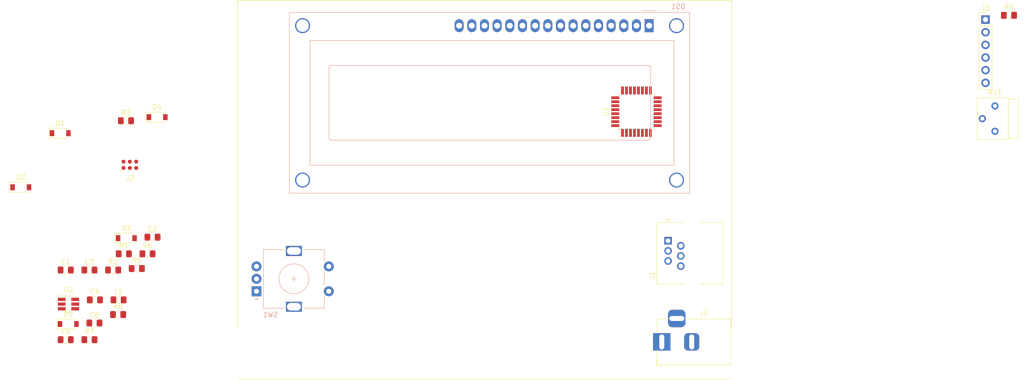
<source format=kicad_pcb>
(kicad_pcb (version 20171130) (host pcbnew "(5.1.5-0-10_14)")

  (general
    (thickness 1.6)
    (drawings 4)
    (tracks 0)
    (zones 0)
    (modules 29)
    (nets 56)
  )

  (page A4)
  (layers
    (0 F.Cu signal)
    (31 B.Cu signal)
    (32 B.Adhes user)
    (33 F.Adhes user)
    (34 B.Paste user)
    (35 F.Paste user)
    (36 B.SilkS user)
    (37 F.SilkS user)
    (38 B.Mask user)
    (39 F.Mask user)
    (40 Dwgs.User user)
    (41 Cmts.User user)
    (42 Eco1.User user)
    (43 Eco2.User user)
    (44 Edge.Cuts user)
    (45 Margin user)
    (46 B.CrtYd user)
    (47 F.CrtYd user)
    (48 B.Fab user)
    (49 F.Fab user)
  )

  (setup
    (last_trace_width 0.25)
    (trace_clearance 0.2)
    (zone_clearance 0.508)
    (zone_45_only no)
    (trace_min 0.2)
    (via_size 0.8)
    (via_drill 0.4)
    (via_min_size 0.4)
    (via_min_drill 0.3)
    (uvia_size 0.3)
    (uvia_drill 0.1)
    (uvias_allowed no)
    (uvia_min_size 0.2)
    (uvia_min_drill 0.1)
    (edge_width 0.1)
    (segment_width 0.2)
    (pcb_text_width 0.3)
    (pcb_text_size 1.5 1.5)
    (mod_edge_width 0.15)
    (mod_text_size 1 1)
    (mod_text_width 0.15)
    (pad_size 1.524 1.524)
    (pad_drill 0.762)
    (pad_to_mask_clearance 0)
    (aux_axis_origin 0 0)
    (visible_elements FFFFFF7F)
    (pcbplotparams
      (layerselection 0x010fc_ffffffff)
      (usegerberextensions false)
      (usegerberattributes false)
      (usegerberadvancedattributes false)
      (creategerberjobfile false)
      (excludeedgelayer true)
      (linewidth 0.100000)
      (plotframeref false)
      (viasonmask false)
      (mode 1)
      (useauxorigin false)
      (hpglpennumber 1)
      (hpglpenspeed 20)
      (hpglpendiameter 15.000000)
      (psnegative false)
      (psa4output false)
      (plotreference true)
      (plotvalue true)
      (plotinvisibletext false)
      (padsonsilk false)
      (subtractmaskfromsilk false)
      (outputformat 1)
      (mirror false)
      (drillshape 1)
      (scaleselection 1)
      (outputdirectory ""))
  )

  (net 0 "")
  (net 1 DTR)
  (net 2 RESET)
  (net 3 +3V3)
  (net 4 GND)
  (net 5 "Net-(C4-Pad2)")
  (net 6 "Net-(C4-Pad1)")
  (net 7 /ACT4088-33.sch/VIN)
  (net 8 VCC-FTDI)
  (net 9 +12V)
  (net 10 VCC)
  (net 11 VCC-ICSP)
  (net 12 "Net-(DS1-Pad2)")
  (net 13 A0)
  (net 14 "Net-(DS1-Pad5)")
  (net 15 "Net-(DS1-Pad6)")
  (net 16 "Net-(DS1-Pad8)")
  (net 17 "Net-(DS1-Pad9)")
  (net 18 "Net-(DS1-Pad10)")
  (net 19 "Net-(DS1-Pad11)")
  (net 20 "Net-(DS1-Pad12)")
  (net 21 "Net-(DS1-Pad13)")
  (net 22 "Net-(DS1-Pad14)")
  (net 23 "Net-(DS1-Pad15)")
  (net 24 "Net-(DS1-Pad16)")
  (net 25 SCL)
  (net 26 SDA)
  (net 27 "Net-(J1-Pad5)")
  (net 28 MISO)
  (net 29 SCK)
  (net 30 MOSI)
  (net 31 TX)
  (net 32 RX)
  (net 33 "Net-(R3-Pad2)")
  (net 34 "Net-(R4-Pad2)")
  (net 35 "Net-(R7-Pad2)")
  (net 36 D5)
  (net 37 D4)
  (net 38 D2)
  (net 39 "Net-(U1-Pad1)")
  (net 40 "Net-(U1-Pad7)")
  (net 41 "Net-(U1-Pad8)")
  (net 42 "Net-(U1-Pad10)")
  (net 43 "Net-(U1-Pad11)")
  (net 44 "Net-(U1-Pad12)")
  (net 45 "Net-(U1-Pad13)")
  (net 46 "Net-(U1-Pad14)")
  (net 47 A6)
  (net 48 "Net-(U1-Pad20)")
  (net 49 A7)
  (net 50 A1)
  (net 51 A2)
  (net 52 A3)
  (net 53 "Net-(U1-Pad30)")
  (net 54 "Net-(U1-Pad31)")
  (net 55 "Net-(U2-Pad3)")

  (net_class Default "This is the default net class."
    (clearance 0.2)
    (trace_width 0.25)
    (via_dia 0.8)
    (via_drill 0.4)
    (uvia_dia 0.3)
    (uvia_drill 0.1)
    (add_net +12V)
    (add_net +3V3)
    (add_net /ACT4088-33.sch/VIN)
    (add_net A0)
    (add_net A1)
    (add_net A2)
    (add_net A3)
    (add_net A6)
    (add_net A7)
    (add_net D2)
    (add_net D4)
    (add_net D5)
    (add_net DTR)
    (add_net GND)
    (add_net MISO)
    (add_net MOSI)
    (add_net "Net-(C4-Pad1)")
    (add_net "Net-(C4-Pad2)")
    (add_net "Net-(DS1-Pad10)")
    (add_net "Net-(DS1-Pad11)")
    (add_net "Net-(DS1-Pad12)")
    (add_net "Net-(DS1-Pad13)")
    (add_net "Net-(DS1-Pad14)")
    (add_net "Net-(DS1-Pad15)")
    (add_net "Net-(DS1-Pad16)")
    (add_net "Net-(DS1-Pad2)")
    (add_net "Net-(DS1-Pad5)")
    (add_net "Net-(DS1-Pad6)")
    (add_net "Net-(DS1-Pad8)")
    (add_net "Net-(DS1-Pad9)")
    (add_net "Net-(J1-Pad5)")
    (add_net "Net-(R3-Pad2)")
    (add_net "Net-(R4-Pad2)")
    (add_net "Net-(R7-Pad2)")
    (add_net "Net-(U1-Pad1)")
    (add_net "Net-(U1-Pad10)")
    (add_net "Net-(U1-Pad11)")
    (add_net "Net-(U1-Pad12)")
    (add_net "Net-(U1-Pad13)")
    (add_net "Net-(U1-Pad14)")
    (add_net "Net-(U1-Pad20)")
    (add_net "Net-(U1-Pad30)")
    (add_net "Net-(U1-Pad31)")
    (add_net "Net-(U1-Pad7)")
    (add_net "Net-(U1-Pad8)")
    (add_net "Net-(U2-Pad3)")
    (add_net RESET)
    (add_net RX)
    (add_net SCK)
    (add_net SCL)
    (add_net SDA)
    (add_net TX)
    (add_net VCC)
    (add_net VCC-FTDI)
    (add_net VCC-ICSP)
  )

  (module Display:WC1602A (layer B.Cu) (tedit 5A02FE80) (tstamp 5EE3F70A)
    (at 133.35 55.88 180)
    (descr "LCD 16x2 http://www.wincomlcd.com/pdf/WC1602A-SFYLYHTC06.pdf")
    (tags "LCD 16x2 Alphanumeric 16pin")
    (path /5EEC5756)
    (fp_text reference DS1 (at -5.82 3.81) (layer B.SilkS)
      (effects (font (size 1 1) (thickness 0.15)) (justify mirror))
    )
    (fp_text value HY1602E (at -4.31 -34.66) (layer B.Fab)
      (effects (font (size 1 1) (thickness 0.15)) (justify mirror))
    )
    (fp_line (start -8 -33.5) (end -8 2.5) (layer B.Fab) (width 0.1))
    (fp_line (start 72 -33.5) (end -8 -33.5) (layer B.Fab) (width 0.1))
    (fp_line (start 72 2.5) (end 72 -33.5) (layer B.Fab) (width 0.1))
    (fp_line (start 1 2.5) (end 72 2.5) (layer B.Fab) (width 0.1))
    (fp_line (start -5 -28) (end -5 -3) (layer B.SilkS) (width 0.12))
    (fp_line (start 68 -28) (end -5 -28) (layer B.SilkS) (width 0.12))
    (fp_line (start 68 -3) (end 68 -28) (layer B.SilkS) (width 0.12))
    (fp_line (start -5 -3) (end 68 -3) (layer B.SilkS) (width 0.12))
    (fp_arc (start 0.20066 -8.49884) (end -0.29972 -8.49884) (angle -90) (layer B.SilkS) (width 0.12))
    (fp_arc (start 0.20066 -22.49932) (end 0.20066 -22.9997) (angle -90) (layer B.SilkS) (width 0.12))
    (fp_arc (start 63.70066 -22.49932) (end 64.20104 -22.49932) (angle -90) (layer B.SilkS) (width 0.12))
    (fp_arc (start 63.7 -8.5) (end 63.7 -8) (angle -90) (layer B.SilkS) (width 0.12))
    (fp_line (start 64.2 -8.5) (end 64.2 -22.5) (layer B.SilkS) (width 0.12))
    (fp_line (start 63.70066 -23) (end 0.2 -23) (layer B.SilkS) (width 0.12))
    (fp_line (start -0.29972 -22.49932) (end -0.29972 -8.5) (layer B.SilkS) (width 0.12))
    (fp_line (start 0.2 -8) (end 63.7 -8) (layer B.SilkS) (width 0.12))
    (fp_text user %R (at 30.37 -14.74) (layer B.Fab)
      (effects (font (size 1 1) (thickness 0.1)) (justify mirror))
    )
    (fp_line (start -1 2.5) (end -8 2.5) (layer B.Fab) (width 0.1))
    (fp_line (start 0 1.5) (end -1 2.5) (layer B.Fab) (width 0.1))
    (fp_line (start 1 2.5) (end 0 1.5) (layer B.Fab) (width 0.1))
    (fp_line (start -8.25 2.75) (end 72.25 2.75) (layer B.CrtYd) (width 0.05))
    (fp_line (start -1.5 3) (end 1.5 3) (layer B.SilkS) (width 0.12))
    (fp_line (start 72.25 2.75) (end 72.25 -33.75) (layer B.CrtYd) (width 0.05))
    (fp_line (start -8.25 -33.75) (end 72.25 -33.75) (layer B.CrtYd) (width 0.05))
    (fp_line (start -8.25 2.75) (end -8.25 -33.75) (layer B.CrtYd) (width 0.05))
    (fp_line (start -8.13 2.64) (end -7.34 2.64) (layer B.SilkS) (width 0.12))
    (fp_line (start -8.14 2.64) (end -8.14 -33.64) (layer B.SilkS) (width 0.12))
    (fp_line (start 72.14 2.64) (end -7.34 2.64) (layer B.SilkS) (width 0.12))
    (fp_line (start 72.14 -33.64) (end 72.14 2.64) (layer B.SilkS) (width 0.12))
    (fp_line (start -8.14 -33.64) (end 72.14 -33.64) (layer B.SilkS) (width 0.12))
    (pad "" thru_hole circle (at 69.5 0 180) (size 3 3) (drill 2.5) (layers *.Cu *.Mask))
    (pad "" thru_hole circle (at 69.49948 -31.0007 180) (size 3 3) (drill 2.5) (layers *.Cu *.Mask))
    (pad "" thru_hole circle (at -5.4991 -31.0007 180) (size 3 3) (drill 2.5) (layers *.Cu *.Mask))
    (pad "" thru_hole circle (at -5.4991 0 180) (size 3 3) (drill 2.5) (layers *.Cu *.Mask))
    (pad 16 thru_hole oval (at 38.1 0 180) (size 1.8 2.6) (drill 1.2) (layers *.Cu *.Mask)
      (net 24 "Net-(DS1-Pad16)"))
    (pad 15 thru_hole oval (at 35.56 0 180) (size 1.8 2.6) (drill 1.2) (layers *.Cu *.Mask)
      (net 23 "Net-(DS1-Pad15)"))
    (pad 14 thru_hole oval (at 33.02 0 180) (size 1.8 2.6) (drill 1.2) (layers *.Cu *.Mask)
      (net 22 "Net-(DS1-Pad14)"))
    (pad 13 thru_hole oval (at 30.48 0 180) (size 1.8 2.6) (drill 1.2) (layers *.Cu *.Mask)
      (net 21 "Net-(DS1-Pad13)"))
    (pad 12 thru_hole oval (at 27.94 0 180) (size 1.8 2.6) (drill 1.2) (layers *.Cu *.Mask)
      (net 20 "Net-(DS1-Pad12)"))
    (pad 11 thru_hole oval (at 25.4 0 180) (size 1.8 2.6) (drill 1.2) (layers *.Cu *.Mask)
      (net 19 "Net-(DS1-Pad11)"))
    (pad 10 thru_hole oval (at 22.86 0 180) (size 1.8 2.6) (drill 1.2) (layers *.Cu *.Mask)
      (net 18 "Net-(DS1-Pad10)"))
    (pad 9 thru_hole oval (at 20.32 0 180) (size 1.8 2.6) (drill 1.2) (layers *.Cu *.Mask)
      (net 17 "Net-(DS1-Pad9)"))
    (pad 8 thru_hole oval (at 17.78 0 180) (size 1.8 2.6) (drill 1.2) (layers *.Cu *.Mask)
      (net 16 "Net-(DS1-Pad8)"))
    (pad 7 thru_hole oval (at 15.24 0 180) (size 1.8 2.6) (drill 1.2) (layers *.Cu *.Mask)
      (net 4 GND))
    (pad 6 thru_hole oval (at 12.7 0 180) (size 1.8 2.6) (drill 1.2) (layers *.Cu *.Mask)
      (net 15 "Net-(DS1-Pad6)"))
    (pad 5 thru_hole oval (at 10.16 0 180) (size 1.8 2.6) (drill 1.2) (layers *.Cu *.Mask)
      (net 14 "Net-(DS1-Pad5)"))
    (pad 4 thru_hole oval (at 7.62 0 180) (size 1.8 2.6) (drill 1.2) (layers *.Cu *.Mask)
      (net 13 A0))
    (pad 3 thru_hole oval (at 5.08 0 180) (size 1.8 2.6) (drill 1.2) (layers *.Cu *.Mask)
      (net 4 GND))
    (pad 2 thru_hole oval (at 2.54 0 180) (size 1.8 2.6) (drill 1.2) (layers *.Cu *.Mask)
      (net 12 "Net-(DS1-Pad2)"))
    (pad 1 thru_hole rect (at 0 0 180) (size 1.8 2.6) (drill 1.2) (layers *.Cu *.Mask)
      (net 4 GND))
    (model ${KISYS3DMOD}/Display.3dshapes/WC1602A.wrl
      (at (xyz 0 0 0))
      (scale (xyz 1 1 1))
      (rotate (xyz 0 0 0))
    )
  )

  (module Capacitor_SMD:C_0805_2012Metric_Pad1.15x1.40mm_HandSolder (layer F.Cu) (tedit 5B36C52B) (tstamp 5EE3F5FA)
    (at 16.353001 104.947001)
    (descr "Capacitor SMD 0805 (2012 Metric), square (rectangular) end terminal, IPC_7351 nominal with elongated pad for handsoldering. (Body size source: https://docs.google.com/spreadsheets/d/1BsfQQcO9C6DZCsRaXUlFlo91Tg2WpOkGARC1WS5S8t0/edit?usp=sharing), generated with kicad-footprint-generator")
    (tags "capacitor handsolder")
    (path /5EEBC60B)
    (attr smd)
    (fp_text reference C1 (at 0 -1.65) (layer F.SilkS)
      (effects (font (size 1 1) (thickness 0.15)))
    )
    (fp_text value C (at 0 1.65) (layer F.Fab)
      (effects (font (size 1 1) (thickness 0.15)))
    )
    (fp_line (start -1 0.6) (end -1 -0.6) (layer F.Fab) (width 0.1))
    (fp_line (start -1 -0.6) (end 1 -0.6) (layer F.Fab) (width 0.1))
    (fp_line (start 1 -0.6) (end 1 0.6) (layer F.Fab) (width 0.1))
    (fp_line (start 1 0.6) (end -1 0.6) (layer F.Fab) (width 0.1))
    (fp_line (start -0.261252 -0.71) (end 0.261252 -0.71) (layer F.SilkS) (width 0.12))
    (fp_line (start -0.261252 0.71) (end 0.261252 0.71) (layer F.SilkS) (width 0.12))
    (fp_line (start -1.85 0.95) (end -1.85 -0.95) (layer F.CrtYd) (width 0.05))
    (fp_line (start -1.85 -0.95) (end 1.85 -0.95) (layer F.CrtYd) (width 0.05))
    (fp_line (start 1.85 -0.95) (end 1.85 0.95) (layer F.CrtYd) (width 0.05))
    (fp_line (start 1.85 0.95) (end -1.85 0.95) (layer F.CrtYd) (width 0.05))
    (fp_text user %R (at 0 0) (layer F.Fab)
      (effects (font (size 0.5 0.5) (thickness 0.08)))
    )
    (pad 1 smd roundrect (at -1.025 0) (size 1.15 1.4) (layers F.Cu F.Paste F.Mask) (roundrect_rratio 0.217391)
      (net 1 DTR))
    (pad 2 smd roundrect (at 1.025 0) (size 1.15 1.4) (layers F.Cu F.Paste F.Mask) (roundrect_rratio 0.217391)
      (net 2 RESET))
    (model ${KISYS3DMOD}/Capacitor_SMD.3dshapes/C_0805_2012Metric.wrl
      (at (xyz 0 0 0))
      (scale (xyz 1 1 1))
      (rotate (xyz 0 0 0))
    )
  )

  (module Capacitor_SMD:C_0805_2012Metric_Pad1.15x1.40mm_HandSolder (layer F.Cu) (tedit 5B36C52B) (tstamp 5EE3F60B)
    (at 33.753001 98.347001)
    (descr "Capacitor SMD 0805 (2012 Metric), square (rectangular) end terminal, IPC_7351 nominal with elongated pad for handsoldering. (Body size source: https://docs.google.com/spreadsheets/d/1BsfQQcO9C6DZCsRaXUlFlo91Tg2WpOkGARC1WS5S8t0/edit?usp=sharing), generated with kicad-footprint-generator")
    (tags "capacitor handsolder")
    (path /5EEB1E80)
    (attr smd)
    (fp_text reference C2 (at 0 -1.65) (layer F.SilkS)
      (effects (font (size 1 1) (thickness 0.15)))
    )
    (fp_text value 100nF (at 0 1.65) (layer F.Fab)
      (effects (font (size 1 1) (thickness 0.15)))
    )
    (fp_line (start -1 0.6) (end -1 -0.6) (layer F.Fab) (width 0.1))
    (fp_line (start -1 -0.6) (end 1 -0.6) (layer F.Fab) (width 0.1))
    (fp_line (start 1 -0.6) (end 1 0.6) (layer F.Fab) (width 0.1))
    (fp_line (start 1 0.6) (end -1 0.6) (layer F.Fab) (width 0.1))
    (fp_line (start -0.261252 -0.71) (end 0.261252 -0.71) (layer F.SilkS) (width 0.12))
    (fp_line (start -0.261252 0.71) (end 0.261252 0.71) (layer F.SilkS) (width 0.12))
    (fp_line (start -1.85 0.95) (end -1.85 -0.95) (layer F.CrtYd) (width 0.05))
    (fp_line (start -1.85 -0.95) (end 1.85 -0.95) (layer F.CrtYd) (width 0.05))
    (fp_line (start 1.85 -0.95) (end 1.85 0.95) (layer F.CrtYd) (width 0.05))
    (fp_line (start 1.85 0.95) (end -1.85 0.95) (layer F.CrtYd) (width 0.05))
    (fp_text user %R (at 0 0) (layer F.Fab)
      (effects (font (size 0.5 0.5) (thickness 0.08)))
    )
    (pad 1 smd roundrect (at -1.025 0) (size 1.15 1.4) (layers F.Cu F.Paste F.Mask) (roundrect_rratio 0.217391)
      (net 3 +3V3))
    (pad 2 smd roundrect (at 1.025 0) (size 1.15 1.4) (layers F.Cu F.Paste F.Mask) (roundrect_rratio 0.217391)
      (net 4 GND))
    (model ${KISYS3DMOD}/Capacitor_SMD.3dshapes/C_0805_2012Metric.wrl
      (at (xyz 0 0 0))
      (scale (xyz 1 1 1))
      (rotate (xyz 0 0 0))
    )
  )

  (module Capacitor_SMD:C_0805_2012Metric_Pad1.15x1.40mm_HandSolder (layer F.Cu) (tedit 5B36C52B) (tstamp 5EE3F61C)
    (at 21.103001 104.947001)
    (descr "Capacitor SMD 0805 (2012 Metric), square (rectangular) end terminal, IPC_7351 nominal with elongated pad for handsoldering. (Body size source: https://docs.google.com/spreadsheets/d/1BsfQQcO9C6DZCsRaXUlFlo91Tg2WpOkGARC1WS5S8t0/edit?usp=sharing), generated with kicad-footprint-generator")
    (tags "capacitor handsolder")
    (path /5EEB2663)
    (attr smd)
    (fp_text reference C3 (at 0 -1.65) (layer F.SilkS)
      (effects (font (size 1 1) (thickness 0.15)))
    )
    (fp_text value 10uF (at 0 1.65) (layer F.Fab)
      (effects (font (size 1 1) (thickness 0.15)))
    )
    (fp_text user %R (at 0 0) (layer F.Fab)
      (effects (font (size 0.5 0.5) (thickness 0.08)))
    )
    (fp_line (start 1.85 0.95) (end -1.85 0.95) (layer F.CrtYd) (width 0.05))
    (fp_line (start 1.85 -0.95) (end 1.85 0.95) (layer F.CrtYd) (width 0.05))
    (fp_line (start -1.85 -0.95) (end 1.85 -0.95) (layer F.CrtYd) (width 0.05))
    (fp_line (start -1.85 0.95) (end -1.85 -0.95) (layer F.CrtYd) (width 0.05))
    (fp_line (start -0.261252 0.71) (end 0.261252 0.71) (layer F.SilkS) (width 0.12))
    (fp_line (start -0.261252 -0.71) (end 0.261252 -0.71) (layer F.SilkS) (width 0.12))
    (fp_line (start 1 0.6) (end -1 0.6) (layer F.Fab) (width 0.1))
    (fp_line (start 1 -0.6) (end 1 0.6) (layer F.Fab) (width 0.1))
    (fp_line (start -1 -0.6) (end 1 -0.6) (layer F.Fab) (width 0.1))
    (fp_line (start -1 0.6) (end -1 -0.6) (layer F.Fab) (width 0.1))
    (pad 2 smd roundrect (at 1.025 0) (size 1.15 1.4) (layers F.Cu F.Paste F.Mask) (roundrect_rratio 0.217391)
      (net 4 GND))
    (pad 1 smd roundrect (at -1.025 0) (size 1.15 1.4) (layers F.Cu F.Paste F.Mask) (roundrect_rratio 0.217391)
      (net 3 +3V3))
    (model ${KISYS3DMOD}/Capacitor_SMD.3dshapes/C_0805_2012Metric.wrl
      (at (xyz 0 0 0))
      (scale (xyz 1 1 1))
      (rotate (xyz 0 0 0))
    )
  )

  (module Capacitor_SMD:C_0805_2012Metric_Pad1.15x1.40mm_HandSolder (layer F.Cu) (tedit 5B36C52B) (tstamp 5EE3F62D)
    (at 22.203001 110.937001)
    (descr "Capacitor SMD 0805 (2012 Metric), square (rectangular) end terminal, IPC_7351 nominal with elongated pad for handsoldering. (Body size source: https://docs.google.com/spreadsheets/d/1BsfQQcO9C6DZCsRaXUlFlo91Tg2WpOkGARC1WS5S8t0/edit?usp=sharing), generated with kicad-footprint-generator")
    (tags "capacitor handsolder")
    (path /5EEA45C6/5DE2F18B)
    (attr smd)
    (fp_text reference C4 (at 0 -1.65) (layer F.SilkS)
      (effects (font (size 1 1) (thickness 0.15)))
    )
    (fp_text value 22nF (at 0 1.65) (layer F.Fab)
      (effects (font (size 1 1) (thickness 0.15)))
    )
    (fp_text user %R (at 0 0) (layer F.Fab)
      (effects (font (size 0.5 0.5) (thickness 0.08)))
    )
    (fp_line (start 1.85 0.95) (end -1.85 0.95) (layer F.CrtYd) (width 0.05))
    (fp_line (start 1.85 -0.95) (end 1.85 0.95) (layer F.CrtYd) (width 0.05))
    (fp_line (start -1.85 -0.95) (end 1.85 -0.95) (layer F.CrtYd) (width 0.05))
    (fp_line (start -1.85 0.95) (end -1.85 -0.95) (layer F.CrtYd) (width 0.05))
    (fp_line (start -0.261252 0.71) (end 0.261252 0.71) (layer F.SilkS) (width 0.12))
    (fp_line (start -0.261252 -0.71) (end 0.261252 -0.71) (layer F.SilkS) (width 0.12))
    (fp_line (start 1 0.6) (end -1 0.6) (layer F.Fab) (width 0.1))
    (fp_line (start 1 -0.6) (end 1 0.6) (layer F.Fab) (width 0.1))
    (fp_line (start -1 -0.6) (end 1 -0.6) (layer F.Fab) (width 0.1))
    (fp_line (start -1 0.6) (end -1 -0.6) (layer F.Fab) (width 0.1))
    (pad 2 smd roundrect (at 1.025 0) (size 1.15 1.4) (layers F.Cu F.Paste F.Mask) (roundrect_rratio 0.217391)
      (net 5 "Net-(C4-Pad2)"))
    (pad 1 smd roundrect (at -1.025 0) (size 1.15 1.4) (layers F.Cu F.Paste F.Mask) (roundrect_rratio 0.217391)
      (net 6 "Net-(C4-Pad1)"))
    (model ${KISYS3DMOD}/Capacitor_SMD.3dshapes/C_0805_2012Metric.wrl
      (at (xyz 0 0 0))
      (scale (xyz 1 1 1))
      (rotate (xyz 0 0 0))
    )
  )

  (module Capacitor_SMD:C_0805_2012Metric_Pad1.15x1.40mm_HandSolder (layer F.Cu) (tedit 5B36C52B) (tstamp 5EE3F63E)
    (at 16.353001 118.937001)
    (descr "Capacitor SMD 0805 (2012 Metric), square (rectangular) end terminal, IPC_7351 nominal with elongated pad for handsoldering. (Body size source: https://docs.google.com/spreadsheets/d/1BsfQQcO9C6DZCsRaXUlFlo91Tg2WpOkGARC1WS5S8t0/edit?usp=sharing), generated with kicad-footprint-generator")
    (tags "capacitor handsolder")
    (path /5EEA45C6/5DE6028F)
    (attr smd)
    (fp_text reference C5 (at 0 -1.65) (layer F.SilkS)
      (effects (font (size 1 1) (thickness 0.15)))
    )
    (fp_text value 10µF (at 0 1.65) (layer F.Fab)
      (effects (font (size 1 1) (thickness 0.15)))
    )
    (fp_text user %R (at 0 0) (layer F.Fab)
      (effects (font (size 0.5 0.5) (thickness 0.08)))
    )
    (fp_line (start 1.85 0.95) (end -1.85 0.95) (layer F.CrtYd) (width 0.05))
    (fp_line (start 1.85 -0.95) (end 1.85 0.95) (layer F.CrtYd) (width 0.05))
    (fp_line (start -1.85 -0.95) (end 1.85 -0.95) (layer F.CrtYd) (width 0.05))
    (fp_line (start -1.85 0.95) (end -1.85 -0.95) (layer F.CrtYd) (width 0.05))
    (fp_line (start -0.261252 0.71) (end 0.261252 0.71) (layer F.SilkS) (width 0.12))
    (fp_line (start -0.261252 -0.71) (end 0.261252 -0.71) (layer F.SilkS) (width 0.12))
    (fp_line (start 1 0.6) (end -1 0.6) (layer F.Fab) (width 0.1))
    (fp_line (start 1 -0.6) (end 1 0.6) (layer F.Fab) (width 0.1))
    (fp_line (start -1 -0.6) (end 1 -0.6) (layer F.Fab) (width 0.1))
    (fp_line (start -1 0.6) (end -1 -0.6) (layer F.Fab) (width 0.1))
    (pad 2 smd roundrect (at 1.025 0) (size 1.15 1.4) (layers F.Cu F.Paste F.Mask) (roundrect_rratio 0.217391)
      (net 4 GND))
    (pad 1 smd roundrect (at -1.025 0) (size 1.15 1.4) (layers F.Cu F.Paste F.Mask) (roundrect_rratio 0.217391)
      (net 7 /ACT4088-33.sch/VIN))
    (model ${KISYS3DMOD}/Capacitor_SMD.3dshapes/C_0805_2012Metric.wrl
      (at (xyz 0 0 0))
      (scale (xyz 1 1 1))
      (rotate (xyz 0 0 0))
    )
  )

  (module Capacitor_SMD:C_0805_2012Metric_Pad1.15x1.40mm_HandSolder (layer F.Cu) (tedit 5B36C52B) (tstamp 5EE3F64F)
    (at 22.103001 115.587001)
    (descr "Capacitor SMD 0805 (2012 Metric), square (rectangular) end terminal, IPC_7351 nominal with elongated pad for handsoldering. (Body size source: https://docs.google.com/spreadsheets/d/1BsfQQcO9C6DZCsRaXUlFlo91Tg2WpOkGARC1WS5S8t0/edit?usp=sharing), generated with kicad-footprint-generator")
    (tags "capacitor handsolder")
    (path /5EEA45C6/5DE92D94)
    (attr smd)
    (fp_text reference C6 (at 0 -1.65) (layer F.SilkS)
      (effects (font (size 1 1) (thickness 0.15)))
    )
    (fp_text value 22µF (at 0 1.65) (layer F.Fab)
      (effects (font (size 1 1) (thickness 0.15)))
    )
    (fp_line (start -1 0.6) (end -1 -0.6) (layer F.Fab) (width 0.1))
    (fp_line (start -1 -0.6) (end 1 -0.6) (layer F.Fab) (width 0.1))
    (fp_line (start 1 -0.6) (end 1 0.6) (layer F.Fab) (width 0.1))
    (fp_line (start 1 0.6) (end -1 0.6) (layer F.Fab) (width 0.1))
    (fp_line (start -0.261252 -0.71) (end 0.261252 -0.71) (layer F.SilkS) (width 0.12))
    (fp_line (start -0.261252 0.71) (end 0.261252 0.71) (layer F.SilkS) (width 0.12))
    (fp_line (start -1.85 0.95) (end -1.85 -0.95) (layer F.CrtYd) (width 0.05))
    (fp_line (start -1.85 -0.95) (end 1.85 -0.95) (layer F.CrtYd) (width 0.05))
    (fp_line (start 1.85 -0.95) (end 1.85 0.95) (layer F.CrtYd) (width 0.05))
    (fp_line (start 1.85 0.95) (end -1.85 0.95) (layer F.CrtYd) (width 0.05))
    (fp_text user %R (at 0 0) (layer F.Fab)
      (effects (font (size 0.5 0.5) (thickness 0.08)))
    )
    (pad 1 smd roundrect (at -1.025 0) (size 1.15 1.4) (layers F.Cu F.Paste F.Mask) (roundrect_rratio 0.217391)
      (net 3 +3V3))
    (pad 2 smd roundrect (at 1.025 0) (size 1.15 1.4) (layers F.Cu F.Paste F.Mask) (roundrect_rratio 0.217391)
      (net 4 GND))
    (model ${KISYS3DMOD}/Capacitor_SMD.3dshapes/C_0805_2012Metric.wrl
      (at (xyz 0 0 0))
      (scale (xyz 1 1 1))
      (rotate (xyz 0 0 0))
    )
  )

  (module Diode_SMD:D_SOD-123 (layer F.Cu) (tedit 58645DC7) (tstamp 5EE3F668)
    (at 15.24 77.47)
    (descr SOD-123)
    (tags SOD-123)
    (path /5EE7B9B8)
    (attr smd)
    (fp_text reference D1 (at 0 -2) (layer F.SilkS)
      (effects (font (size 1 1) (thickness 0.15)))
    )
    (fp_text value D_Schottky (at 0 2.1) (layer F.Fab)
      (effects (font (size 1 1) (thickness 0.15)))
    )
    (fp_text user %R (at 0 -2) (layer F.Fab)
      (effects (font (size 1 1) (thickness 0.15)))
    )
    (fp_line (start -2.25 -1) (end -2.25 1) (layer F.SilkS) (width 0.12))
    (fp_line (start 0.25 0) (end 0.75 0) (layer F.Fab) (width 0.1))
    (fp_line (start 0.25 0.4) (end -0.35 0) (layer F.Fab) (width 0.1))
    (fp_line (start 0.25 -0.4) (end 0.25 0.4) (layer F.Fab) (width 0.1))
    (fp_line (start -0.35 0) (end 0.25 -0.4) (layer F.Fab) (width 0.1))
    (fp_line (start -0.35 0) (end -0.35 0.55) (layer F.Fab) (width 0.1))
    (fp_line (start -0.35 0) (end -0.35 -0.55) (layer F.Fab) (width 0.1))
    (fp_line (start -0.75 0) (end -0.35 0) (layer F.Fab) (width 0.1))
    (fp_line (start -1.4 0.9) (end -1.4 -0.9) (layer F.Fab) (width 0.1))
    (fp_line (start 1.4 0.9) (end -1.4 0.9) (layer F.Fab) (width 0.1))
    (fp_line (start 1.4 -0.9) (end 1.4 0.9) (layer F.Fab) (width 0.1))
    (fp_line (start -1.4 -0.9) (end 1.4 -0.9) (layer F.Fab) (width 0.1))
    (fp_line (start -2.35 -1.15) (end 2.35 -1.15) (layer F.CrtYd) (width 0.05))
    (fp_line (start 2.35 -1.15) (end 2.35 1.15) (layer F.CrtYd) (width 0.05))
    (fp_line (start 2.35 1.15) (end -2.35 1.15) (layer F.CrtYd) (width 0.05))
    (fp_line (start -2.35 -1.15) (end -2.35 1.15) (layer F.CrtYd) (width 0.05))
    (fp_line (start -2.25 1) (end 1.65 1) (layer F.SilkS) (width 0.12))
    (fp_line (start -2.25 -1) (end 1.65 -1) (layer F.SilkS) (width 0.12))
    (pad 1 smd rect (at -1.65 0) (size 0.9 1.2) (layers F.Cu F.Paste F.Mask)
      (net 7 /ACT4088-33.sch/VIN))
    (pad 2 smd rect (at 1.65 0) (size 0.9 1.2) (layers F.Cu F.Paste F.Mask)
      (net 8 VCC-FTDI))
    (model ${KISYS3DMOD}/Diode_SMD.3dshapes/D_SOD-123.wrl
      (at (xyz 0 0 0))
      (scale (xyz 1 1 1))
      (rotate (xyz 0 0 0))
    )
  )

  (module Diode_SMD:D_SOD-123 (layer F.Cu) (tedit 58645DC7) (tstamp 5EE3F681)
    (at 7.343001 88.337001)
    (descr SOD-123)
    (tags SOD-123)
    (path /5EE7D121)
    (attr smd)
    (fp_text reference D2 (at 0 -2) (layer F.SilkS)
      (effects (font (size 1 1) (thickness 0.15)))
    )
    (fp_text value D_Schottky (at 0 2.1) (layer F.Fab)
      (effects (font (size 1 1) (thickness 0.15)))
    )
    (fp_line (start -2.25 -1) (end 1.65 -1) (layer F.SilkS) (width 0.12))
    (fp_line (start -2.25 1) (end 1.65 1) (layer F.SilkS) (width 0.12))
    (fp_line (start -2.35 -1.15) (end -2.35 1.15) (layer F.CrtYd) (width 0.05))
    (fp_line (start 2.35 1.15) (end -2.35 1.15) (layer F.CrtYd) (width 0.05))
    (fp_line (start 2.35 -1.15) (end 2.35 1.15) (layer F.CrtYd) (width 0.05))
    (fp_line (start -2.35 -1.15) (end 2.35 -1.15) (layer F.CrtYd) (width 0.05))
    (fp_line (start -1.4 -0.9) (end 1.4 -0.9) (layer F.Fab) (width 0.1))
    (fp_line (start 1.4 -0.9) (end 1.4 0.9) (layer F.Fab) (width 0.1))
    (fp_line (start 1.4 0.9) (end -1.4 0.9) (layer F.Fab) (width 0.1))
    (fp_line (start -1.4 0.9) (end -1.4 -0.9) (layer F.Fab) (width 0.1))
    (fp_line (start -0.75 0) (end -0.35 0) (layer F.Fab) (width 0.1))
    (fp_line (start -0.35 0) (end -0.35 -0.55) (layer F.Fab) (width 0.1))
    (fp_line (start -0.35 0) (end -0.35 0.55) (layer F.Fab) (width 0.1))
    (fp_line (start -0.35 0) (end 0.25 -0.4) (layer F.Fab) (width 0.1))
    (fp_line (start 0.25 -0.4) (end 0.25 0.4) (layer F.Fab) (width 0.1))
    (fp_line (start 0.25 0.4) (end -0.35 0) (layer F.Fab) (width 0.1))
    (fp_line (start 0.25 0) (end 0.75 0) (layer F.Fab) (width 0.1))
    (fp_line (start -2.25 -1) (end -2.25 1) (layer F.SilkS) (width 0.12))
    (fp_text user %R (at 0 -2) (layer F.Fab)
      (effects (font (size 1 1) (thickness 0.15)))
    )
    (pad 2 smd rect (at 1.65 0) (size 0.9 1.2) (layers F.Cu F.Paste F.Mask)
      (net 9 +12V))
    (pad 1 smd rect (at -1.65 0) (size 0.9 1.2) (layers F.Cu F.Paste F.Mask)
      (net 7 /ACT4088-33.sch/VIN))
    (model ${KISYS3DMOD}/Diode_SMD.3dshapes/D_SOD-123.wrl
      (at (xyz 0 0 0))
      (scale (xyz 1 1 1))
      (rotate (xyz 0 0 0))
    )
  )

  (module Diode_SMD:D_SOD-123 (layer F.Cu) (tedit 58645DC7) (tstamp 5EE3F69A)
    (at 28.503001 98.547001)
    (descr SOD-123)
    (tags SOD-123)
    (path /5EE81C11)
    (attr smd)
    (fp_text reference D3 (at 0 -2) (layer F.SilkS)
      (effects (font (size 1 1) (thickness 0.15)))
    )
    (fp_text value D_Schottky (at 0 2.1) (layer F.Fab)
      (effects (font (size 1 1) (thickness 0.15)))
    )
    (fp_text user %R (at 0 -2) (layer F.Fab)
      (effects (font (size 1 1) (thickness 0.15)))
    )
    (fp_line (start -2.25 -1) (end -2.25 1) (layer F.SilkS) (width 0.12))
    (fp_line (start 0.25 0) (end 0.75 0) (layer F.Fab) (width 0.1))
    (fp_line (start 0.25 0.4) (end -0.35 0) (layer F.Fab) (width 0.1))
    (fp_line (start 0.25 -0.4) (end 0.25 0.4) (layer F.Fab) (width 0.1))
    (fp_line (start -0.35 0) (end 0.25 -0.4) (layer F.Fab) (width 0.1))
    (fp_line (start -0.35 0) (end -0.35 0.55) (layer F.Fab) (width 0.1))
    (fp_line (start -0.35 0) (end -0.35 -0.55) (layer F.Fab) (width 0.1))
    (fp_line (start -0.75 0) (end -0.35 0) (layer F.Fab) (width 0.1))
    (fp_line (start -1.4 0.9) (end -1.4 -0.9) (layer F.Fab) (width 0.1))
    (fp_line (start 1.4 0.9) (end -1.4 0.9) (layer F.Fab) (width 0.1))
    (fp_line (start 1.4 -0.9) (end 1.4 0.9) (layer F.Fab) (width 0.1))
    (fp_line (start -1.4 -0.9) (end 1.4 -0.9) (layer F.Fab) (width 0.1))
    (fp_line (start -2.35 -1.15) (end 2.35 -1.15) (layer F.CrtYd) (width 0.05))
    (fp_line (start 2.35 -1.15) (end 2.35 1.15) (layer F.CrtYd) (width 0.05))
    (fp_line (start 2.35 1.15) (end -2.35 1.15) (layer F.CrtYd) (width 0.05))
    (fp_line (start -2.35 -1.15) (end -2.35 1.15) (layer F.CrtYd) (width 0.05))
    (fp_line (start -2.25 1) (end 1.65 1) (layer F.SilkS) (width 0.12))
    (fp_line (start -2.25 -1) (end 1.65 -1) (layer F.SilkS) (width 0.12))
    (pad 1 smd rect (at -1.65 0) (size 0.9 1.2) (layers F.Cu F.Paste F.Mask)
      (net 7 /ACT4088-33.sch/VIN))
    (pad 2 smd rect (at 1.65 0) (size 0.9 1.2) (layers F.Cu F.Paste F.Mask)
      (net 10 VCC))
    (model ${KISYS3DMOD}/Diode_SMD.3dshapes/D_SOD-123.wrl
      (at (xyz 0 0 0))
      (scale (xyz 1 1 1))
      (rotate (xyz 0 0 0))
    )
  )

  (module Diode_SMD:D_SOD-123 (layer F.Cu) (tedit 58645DC7) (tstamp 5EE3F6B3)
    (at 34.683001 74.247001)
    (descr SOD-123)
    (tags SOD-123)
    (path /5EE90D7E)
    (attr smd)
    (fp_text reference D4 (at 0 -2) (layer F.SilkS)
      (effects (font (size 1 1) (thickness 0.15)))
    )
    (fp_text value D_Schottky (at 0 2.1) (layer F.Fab)
      (effects (font (size 1 1) (thickness 0.15)))
    )
    (fp_line (start -2.25 -1) (end 1.65 -1) (layer F.SilkS) (width 0.12))
    (fp_line (start -2.25 1) (end 1.65 1) (layer F.SilkS) (width 0.12))
    (fp_line (start -2.35 -1.15) (end -2.35 1.15) (layer F.CrtYd) (width 0.05))
    (fp_line (start 2.35 1.15) (end -2.35 1.15) (layer F.CrtYd) (width 0.05))
    (fp_line (start 2.35 -1.15) (end 2.35 1.15) (layer F.CrtYd) (width 0.05))
    (fp_line (start -2.35 -1.15) (end 2.35 -1.15) (layer F.CrtYd) (width 0.05))
    (fp_line (start -1.4 -0.9) (end 1.4 -0.9) (layer F.Fab) (width 0.1))
    (fp_line (start 1.4 -0.9) (end 1.4 0.9) (layer F.Fab) (width 0.1))
    (fp_line (start 1.4 0.9) (end -1.4 0.9) (layer F.Fab) (width 0.1))
    (fp_line (start -1.4 0.9) (end -1.4 -0.9) (layer F.Fab) (width 0.1))
    (fp_line (start -0.75 0) (end -0.35 0) (layer F.Fab) (width 0.1))
    (fp_line (start -0.35 0) (end -0.35 -0.55) (layer F.Fab) (width 0.1))
    (fp_line (start -0.35 0) (end -0.35 0.55) (layer F.Fab) (width 0.1))
    (fp_line (start -0.35 0) (end 0.25 -0.4) (layer F.Fab) (width 0.1))
    (fp_line (start 0.25 -0.4) (end 0.25 0.4) (layer F.Fab) (width 0.1))
    (fp_line (start 0.25 0.4) (end -0.35 0) (layer F.Fab) (width 0.1))
    (fp_line (start 0.25 0) (end 0.75 0) (layer F.Fab) (width 0.1))
    (fp_line (start -2.25 -1) (end -2.25 1) (layer F.SilkS) (width 0.12))
    (fp_text user %R (at 0 -2) (layer F.Fab)
      (effects (font (size 1 1) (thickness 0.15)))
    )
    (pad 2 smd rect (at 1.65 0) (size 0.9 1.2) (layers F.Cu F.Paste F.Mask)
      (net 11 VCC-ICSP))
    (pad 1 smd rect (at -1.65 0) (size 0.9 1.2) (layers F.Cu F.Paste F.Mask)
      (net 7 /ACT4088-33.sch/VIN))
    (model ${KISYS3DMOD}/Diode_SMD.3dshapes/D_SOD-123.wrl
      (at (xyz 0 0 0))
      (scale (xyz 1 1 1))
      (rotate (xyz 0 0 0))
    )
  )

  (module Diode_SMD:D_SOD-123 (layer F.Cu) (tedit 58645DC7) (tstamp 5EE3F6CC)
    (at 16.853001 115.787001)
    (descr SOD-123)
    (tags SOD-123)
    (path /5EEA45C6/5DEA638D)
    (attr smd)
    (fp_text reference D5 (at 0 -2) (layer F.SilkS)
      (effects (font (size 1 1) (thickness 0.15)))
    )
    (fp_text value B240A (at 0 2.1) (layer F.Fab)
      (effects (font (size 1 1) (thickness 0.15)))
    )
    (fp_text user %R (at 0 -2) (layer F.Fab)
      (effects (font (size 1 1) (thickness 0.15)))
    )
    (fp_line (start -2.25 -1) (end -2.25 1) (layer F.SilkS) (width 0.12))
    (fp_line (start 0.25 0) (end 0.75 0) (layer F.Fab) (width 0.1))
    (fp_line (start 0.25 0.4) (end -0.35 0) (layer F.Fab) (width 0.1))
    (fp_line (start 0.25 -0.4) (end 0.25 0.4) (layer F.Fab) (width 0.1))
    (fp_line (start -0.35 0) (end 0.25 -0.4) (layer F.Fab) (width 0.1))
    (fp_line (start -0.35 0) (end -0.35 0.55) (layer F.Fab) (width 0.1))
    (fp_line (start -0.35 0) (end -0.35 -0.55) (layer F.Fab) (width 0.1))
    (fp_line (start -0.75 0) (end -0.35 0) (layer F.Fab) (width 0.1))
    (fp_line (start -1.4 0.9) (end -1.4 -0.9) (layer F.Fab) (width 0.1))
    (fp_line (start 1.4 0.9) (end -1.4 0.9) (layer F.Fab) (width 0.1))
    (fp_line (start 1.4 -0.9) (end 1.4 0.9) (layer F.Fab) (width 0.1))
    (fp_line (start -1.4 -0.9) (end 1.4 -0.9) (layer F.Fab) (width 0.1))
    (fp_line (start -2.35 -1.15) (end 2.35 -1.15) (layer F.CrtYd) (width 0.05))
    (fp_line (start 2.35 -1.15) (end 2.35 1.15) (layer F.CrtYd) (width 0.05))
    (fp_line (start 2.35 1.15) (end -2.35 1.15) (layer F.CrtYd) (width 0.05))
    (fp_line (start -2.35 -1.15) (end -2.35 1.15) (layer F.CrtYd) (width 0.05))
    (fp_line (start -2.25 1) (end 1.65 1) (layer F.SilkS) (width 0.12))
    (fp_line (start -2.25 -1) (end 1.65 -1) (layer F.SilkS) (width 0.12))
    (pad 1 smd rect (at -1.65 0) (size 0.9 1.2) (layers F.Cu F.Paste F.Mask)
      (net 5 "Net-(C4-Pad2)"))
    (pad 2 smd rect (at 1.65 0) (size 0.9 1.2) (layers F.Cu F.Paste F.Mask)
      (net 4 GND))
    (model ${KISYS3DMOD}/Diode_SMD.3dshapes/D_SOD-123.wrl
      (at (xyz 0 0 0))
      (scale (xyz 1 1 1))
      (rotate (xyz 0 0 0))
    )
  )

  (module Connector_RJ:RJ25_Wayconn_MJEA-660X1_Horizontal (layer F.Cu) (tedit 5DC188C6) (tstamp 5EE3F72D)
    (at 137.16 99.06 90)
    (descr "RJ25 6P6C Socket 90 degrees, https://wayconn.com/wp-content/themes/way/datasheet/MJEA-660X1XXX_RJ25_6P6C_PCB_RA.pdf")
    (tags "RJ12 RJ18 RJ25 jack connector 6P6C")
    (path /5EE4E6CB)
    (fp_text reference J1 (at -6.985 -3.175 90) (layer F.SilkS)
      (effects (font (size 1 1) (thickness 0.15)))
    )
    (fp_text value RJ12 (at -2.55 12.315 90) (layer F.Fab)
      (effects (font (size 1 1) (thickness 0.15)))
    )
    (fp_line (start -8.76 -2.27) (end -8.76 3.47) (layer F.SilkS) (width 0.12))
    (fp_line (start 3.66 -2.27) (end 3.66 3.47) (layer F.SilkS) (width 0.12))
    (fp_line (start -8.76 10.95) (end 3.66 10.95) (layer F.SilkS) (width 0.12))
    (fp_line (start -8.76 -2.27) (end 3.66 -2.27) (layer F.SilkS) (width 0.12))
    (fp_line (start -8.76 6.22) (end -8.76 10.95) (layer F.SilkS) (width 0.12))
    (fp_line (start 3.66 6.22) (end 3.66 10.95) (layer F.SilkS) (width 0.12))
    (fp_line (start -10.2 -2.66) (end 5.1 -2.66) (layer F.CrtYd) (width 0.05))
    (fp_line (start -10.2 -2.66) (end -10.2 11.34) (layer F.CrtYd) (width 0.05))
    (fp_line (start 5.1 11.34) (end 5.1 -2.66) (layer F.CrtYd) (width 0.05))
    (fp_line (start 5.1 11.34) (end -10.2 11.34) (layer F.CrtYd) (width 0.05))
    (fp_text user %R (at -2.55 4.445 90) (layer F.Fab)
      (effects (font (size 1 1) (thickness 0.15)))
    )
    (fp_line (start -8.65 -2.16) (end -8.65 3.47) (layer F.Fab) (width 0.1))
    (fp_line (start -8.65 10.84) (end 3.55 10.84) (layer F.Fab) (width 0.1))
    (fp_line (start 3.55 6.22) (end 3.55 10.84) (layer F.Fab) (width 0.1))
    (fp_line (start -8.65 6.22) (end -8.65 10.84) (layer F.Fab) (width 0.1))
    (fp_line (start -8.65 -2.16) (end 3.55 -2.16) (layer F.Fab) (width 0.1))
    (fp_line (start 3.55 0.5) (end 3.55 3.47) (layer F.Fab) (width 0.1))
    (fp_line (start 3.55 -2.16) (end 3.55 -0.5) (layer F.Fab) (width 0.1))
    (fp_line (start 3.55 -0.5) (end 3.05 0) (layer F.Fab) (width 0.1))
    (fp_line (start 3.05 0) (end 3.55 0.5) (layer F.Fab) (width 0.1))
    (fp_line (start 3.82 0) (end 4.32 0.5) (layer F.SilkS) (width 0.12))
    (fp_line (start 4.32 -0.5) (end 3.82 0) (layer F.SilkS) (width 0.12))
    (fp_line (start 4.32 -0.5) (end 4.32 0.5) (layer F.SilkS) (width 0.12))
    (pad 1 thru_hole rect (at 0 0 90) (size 1.52 1.52) (drill 0.9) (layers *.Cu *.Mask)
      (net 9 +12V))
    (pad 2 thru_hole circle (at -1.02 2.54 90) (size 1.52 1.52) (drill 0.9) (layers *.Cu *.Mask)
      (net 25 SCL))
    (pad 3 thru_hole circle (at -2.04 0 90) (size 1.52 1.52) (drill 0.9) (layers *.Cu *.Mask)
      (net 26 SDA))
    (pad 4 thru_hole circle (at -3.06 2.54 90) (size 1.52 1.52) (drill 0.9) (layers *.Cu *.Mask)
      (net 4 GND))
    (pad 5 thru_hole circle (at -4.08 0 90) (size 1.52 1.52) (drill 0.9) (layers *.Cu *.Mask)
      (net 27 "Net-(J1-Pad5)"))
    (pad 6 thru_hole circle (at -5.1 2.54 90) (size 1.52 1.52) (drill 0.9) (layers *.Cu *.Mask)
      (net 4 GND))
    (pad "" np_thru_hole circle (at 3.45 4.84 90) (size 2.3 2.3) (drill 2.3) (layers *.Cu *.Mask))
    (pad "" np_thru_hole circle (at -8.55 4.84 90) (size 2.3 2.3) (drill 2.3) (layers *.Cu *.Mask))
    (model ${KIPRJMOD}/3dmodels/rj12-6p6c.stp
      (offset (xyz -2.21 -10.78 0))
      (scale (xyz 1 1 1))
      (rotate (xyz 90 180 180))
    )
  )

  (module Connector:Tag-Connect_TC2030-IDC-NL_2x03_P1.27mm_Vertical (layer F.Cu) (tedit 5A29CEA9) (tstamp 5EE3F74B)
    (at 29.21 83.82)
    (descr "Tag-Connect programming header; http://www.tag-connect.com/Materials/TC2030-IDC-NL.pdf")
    (tags "tag connect programming header pogo pins")
    (path /5EE8428C)
    (attr virtual)
    (fp_text reference J2 (at 0 2.7) (layer F.SilkS)
      (effects (font (size 1 1) (thickness 0.15)))
    )
    (fp_text value Conn_02x03_Odd_Even (at 0 -2.3) (layer F.Fab)
      (effects (font (size 1 1) (thickness 0.15)))
    )
    (fp_line (start -1.905 1.27) (end -1.905 0.635) (layer F.SilkS) (width 0.12))
    (fp_line (start -1.27 1.27) (end -1.905 1.27) (layer F.SilkS) (width 0.12))
    (fp_line (start -3.5 2) (end -3.5 -2) (layer F.CrtYd) (width 0.05))
    (fp_line (start 3.5 2) (end -3.5 2) (layer F.CrtYd) (width 0.05))
    (fp_line (start 3.5 -2) (end 3.5 2) (layer F.CrtYd) (width 0.05))
    (fp_line (start -3.5 -2) (end 3.5 -2) (layer F.CrtYd) (width 0.05))
    (fp_text user %R (at 0 0) (layer F.Fab)
      (effects (font (size 1 1) (thickness 0.15)))
    )
    (fp_line (start -1.27 0.635) (end -1.27 -0.635) (layer Dwgs.User) (width 0.1))
    (fp_line (start 1.27 0.635) (end -1.27 0.635) (layer Dwgs.User) (width 0.1))
    (fp_line (start 1.27 -0.635) (end 1.27 0.635) (layer Dwgs.User) (width 0.1))
    (fp_line (start -1.27 -0.635) (end 1.27 -0.635) (layer Dwgs.User) (width 0.1))
    (fp_line (start -1.27 0.635) (end 0 -0.635) (layer Dwgs.User) (width 0.1))
    (fp_line (start -1.27 0) (end -0.635 -0.635) (layer Dwgs.User) (width 0.1))
    (fp_line (start -0.635 0.635) (end 0.635 -0.635) (layer Dwgs.User) (width 0.1))
    (fp_line (start 0 0.635) (end 1.27 -0.635) (layer Dwgs.User) (width 0.1))
    (fp_line (start 0.635 0.635) (end 1.27 0) (layer Dwgs.User) (width 0.1))
    (fp_text user KEEPOUT (at 0 0) (layer Cmts.User)
      (effects (font (size 0.4 0.4) (thickness 0.07)))
    )
    (pad "" np_thru_hole circle (at 2.54 -1.016) (size 0.9906 0.9906) (drill 0.9906) (layers *.Cu *.Mask))
    (pad "" np_thru_hole circle (at 2.54 1.016) (size 0.9906 0.9906) (drill 0.9906) (layers *.Cu *.Mask))
    (pad "" np_thru_hole circle (at -2.54 0) (size 0.9906 0.9906) (drill 0.9906) (layers *.Cu *.Mask))
    (pad 1 connect circle (at -1.27 0.635) (size 0.7874 0.7874) (layers F.Cu F.Mask)
      (net 28 MISO))
    (pad 2 connect circle (at -1.27 -0.635) (size 0.7874 0.7874) (layers F.Cu F.Mask)
      (net 11 VCC-ICSP))
    (pad 3 connect circle (at 0 0.635) (size 0.7874 0.7874) (layers F.Cu F.Mask)
      (net 29 SCK))
    (pad 4 connect circle (at 0 -0.635) (size 0.7874 0.7874) (layers F.Cu F.Mask)
      (net 30 MOSI))
    (pad 5 connect circle (at 1.27 0.635) (size 0.7874 0.7874) (layers F.Cu F.Mask)
      (net 2 RESET))
    (pad 6 connect circle (at 1.27 -0.635) (size 0.7874 0.7874) (layers F.Cu F.Mask)
      (net 4 GND))
  )

  (module Connector_PinHeader_2.54mm:PinHeader_1x06_P2.54mm_Vertical (layer F.Cu) (tedit 59FED5CC) (tstamp 5EE3FE6B)
    (at 200.813001 54.657001)
    (descr "Through hole straight pin header, 1x06, 2.54mm pitch, single row")
    (tags "Through hole pin header THT 1x06 2.54mm single row")
    (path /5EE4F954)
    (fp_text reference J3 (at 0 -2.33) (layer F.SilkS)
      (effects (font (size 1 1) (thickness 0.15)))
    )
    (fp_text value Conn_01x06_Female (at 0 15.03) (layer F.Fab)
      (effects (font (size 1 1) (thickness 0.15)))
    )
    (fp_line (start -0.635 -1.27) (end 1.27 -1.27) (layer F.Fab) (width 0.1))
    (fp_line (start 1.27 -1.27) (end 1.27 13.97) (layer F.Fab) (width 0.1))
    (fp_line (start 1.27 13.97) (end -1.27 13.97) (layer F.Fab) (width 0.1))
    (fp_line (start -1.27 13.97) (end -1.27 -0.635) (layer F.Fab) (width 0.1))
    (fp_line (start -1.27 -0.635) (end -0.635 -1.27) (layer F.Fab) (width 0.1))
    (fp_line (start -1.33 14.03) (end 1.33 14.03) (layer F.SilkS) (width 0.12))
    (fp_line (start -1.33 1.27) (end -1.33 14.03) (layer F.SilkS) (width 0.12))
    (fp_line (start 1.33 1.27) (end 1.33 14.03) (layer F.SilkS) (width 0.12))
    (fp_line (start -1.33 1.27) (end 1.33 1.27) (layer F.SilkS) (width 0.12))
    (fp_line (start -1.33 0) (end -1.33 -1.33) (layer F.SilkS) (width 0.12))
    (fp_line (start -1.33 -1.33) (end 0 -1.33) (layer F.SilkS) (width 0.12))
    (fp_line (start -1.8 -1.8) (end -1.8 14.5) (layer F.CrtYd) (width 0.05))
    (fp_line (start -1.8 14.5) (end 1.8 14.5) (layer F.CrtYd) (width 0.05))
    (fp_line (start 1.8 14.5) (end 1.8 -1.8) (layer F.CrtYd) (width 0.05))
    (fp_line (start 1.8 -1.8) (end -1.8 -1.8) (layer F.CrtYd) (width 0.05))
    (fp_text user %R (at 0 6.35 90) (layer F.Fab)
      (effects (font (size 1 1) (thickness 0.15)))
    )
    (pad 1 thru_hole rect (at 0 0) (size 1.7 1.7) (drill 1) (layers *.Cu *.Mask)
      (net 1 DTR))
    (pad 2 thru_hole oval (at 0 2.54) (size 1.7 1.7) (drill 1) (layers *.Cu *.Mask)
      (net 31 TX))
    (pad 3 thru_hole oval (at 0 5.08) (size 1.7 1.7) (drill 1) (layers *.Cu *.Mask)
      (net 32 RX))
    (pad 4 thru_hole oval (at 0 7.62) (size 1.7 1.7) (drill 1) (layers *.Cu *.Mask)
      (net 8 VCC-FTDI))
    (pad 5 thru_hole oval (at 0 10.16) (size 1.7 1.7) (drill 1) (layers *.Cu *.Mask)
      (net 4 GND))
    (pad 6 thru_hole oval (at 0 12.7) (size 1.7 1.7) (drill 1) (layers *.Cu *.Mask)
      (net 4 GND))
    (model ${KISYS3DMOD}/Connector_PinHeader_2.54mm.3dshapes/PinHeader_1x06_P2.54mm_Vertical.wrl
      (at (xyz 0 0 0))
      (scale (xyz 1 1 1))
      (rotate (xyz 0 0 0))
    )
  )

  (module Connector_BarrelJack:BarrelJack_Horizontal (layer F.Cu) (tedit 5A1DBF6A) (tstamp 5EE3F788)
    (at 135.89 119.38 180)
    (descr "DC Barrel Jack")
    (tags "Power Jack")
    (path /5EEA0084)
    (fp_text reference J4 (at -8.45 5.75) (layer F.SilkS)
      (effects (font (size 1 1) (thickness 0.15)))
    )
    (fp_text value Conn_Coaxial_Power (at -6.2 -5.5) (layer F.Fab)
      (effects (font (size 1 1) (thickness 0.15)))
    )
    (fp_text user %R (at -3 -2.95) (layer F.Fab)
      (effects (font (size 1 1) (thickness 0.15)))
    )
    (fp_line (start -0.003213 -4.505425) (end 0.8 -3.75) (layer F.Fab) (width 0.1))
    (fp_line (start 1.1 -3.75) (end 1.1 -4.8) (layer F.SilkS) (width 0.12))
    (fp_line (start 0.05 -4.8) (end 1.1 -4.8) (layer F.SilkS) (width 0.12))
    (fp_line (start 1 -4.5) (end 1 -4.75) (layer F.CrtYd) (width 0.05))
    (fp_line (start 1 -4.75) (end -14 -4.75) (layer F.CrtYd) (width 0.05))
    (fp_line (start 1 -4.5) (end 1 -2) (layer F.CrtYd) (width 0.05))
    (fp_line (start 1 -2) (end 2 -2) (layer F.CrtYd) (width 0.05))
    (fp_line (start 2 -2) (end 2 2) (layer F.CrtYd) (width 0.05))
    (fp_line (start 2 2) (end 1 2) (layer F.CrtYd) (width 0.05))
    (fp_line (start 1 2) (end 1 4.75) (layer F.CrtYd) (width 0.05))
    (fp_line (start 1 4.75) (end -1 4.75) (layer F.CrtYd) (width 0.05))
    (fp_line (start -1 4.75) (end -1 6.75) (layer F.CrtYd) (width 0.05))
    (fp_line (start -1 6.75) (end -5 6.75) (layer F.CrtYd) (width 0.05))
    (fp_line (start -5 6.75) (end -5 4.75) (layer F.CrtYd) (width 0.05))
    (fp_line (start -5 4.75) (end -14 4.75) (layer F.CrtYd) (width 0.05))
    (fp_line (start -14 4.75) (end -14 -4.75) (layer F.CrtYd) (width 0.05))
    (fp_line (start -5 4.6) (end -13.8 4.6) (layer F.SilkS) (width 0.12))
    (fp_line (start -13.8 4.6) (end -13.8 -4.6) (layer F.SilkS) (width 0.12))
    (fp_line (start 0.9 1.9) (end 0.9 4.6) (layer F.SilkS) (width 0.12))
    (fp_line (start 0.9 4.6) (end -1 4.6) (layer F.SilkS) (width 0.12))
    (fp_line (start -13.8 -4.6) (end 0.9 -4.6) (layer F.SilkS) (width 0.12))
    (fp_line (start 0.9 -4.6) (end 0.9 -2) (layer F.SilkS) (width 0.12))
    (fp_line (start -10.2 -4.5) (end -10.2 4.5) (layer F.Fab) (width 0.1))
    (fp_line (start -13.7 -4.5) (end -13.7 4.5) (layer F.Fab) (width 0.1))
    (fp_line (start -13.7 4.5) (end 0.8 4.5) (layer F.Fab) (width 0.1))
    (fp_line (start 0.8 4.5) (end 0.8 -3.75) (layer F.Fab) (width 0.1))
    (fp_line (start 0 -4.5) (end -13.7 -4.5) (layer F.Fab) (width 0.1))
    (pad 1 thru_hole rect (at 0 0 180) (size 3.5 3.5) (drill oval 1 3) (layers *.Cu *.Mask)
      (net 10 VCC))
    (pad 2 thru_hole roundrect (at -6 0 180) (size 3 3.5) (drill oval 1 3) (layers *.Cu *.Mask) (roundrect_rratio 0.25)
      (net 4 GND))
    (pad 3 thru_hole roundrect (at -3 4.7 180) (size 3.5 3.5) (drill oval 3 1) (layers *.Cu *.Mask) (roundrect_rratio 0.25))
    (model ${KIPRJMOD}/3dmodels/barrel_jack.wrl
      (offset (xyz -14.3764 0 0))
      (scale (xyz 0.4 0.4 0.4))
      (rotate (xyz 0 0 -90))
    )
  )

  (module Resistor_SMD:R_0805_2012Metric_Pad1.15x1.40mm_HandSolder (layer F.Cu) (tedit 5B36C52B) (tstamp 5EE3F799)
    (at 26.953001 110.937001)
    (descr "Resistor SMD 0805 (2012 Metric), square (rectangular) end terminal, IPC_7351 nominal with elongated pad for handsoldering. (Body size source: https://docs.google.com/spreadsheets/d/1BsfQQcO9C6DZCsRaXUlFlo91Tg2WpOkGARC1WS5S8t0/edit?usp=sharing), generated with kicad-footprint-generator")
    (tags "resistor handsolder")
    (path /5EEA45C6/5DE2FD4E)
    (attr smd)
    (fp_text reference L1 (at 0 -1.65) (layer F.SilkS)
      (effects (font (size 1 1) (thickness 0.15)))
    )
    (fp_text value 4.7µH (at 0 1.65) (layer F.Fab)
      (effects (font (size 1 1) (thickness 0.15)))
    )
    (fp_line (start -1 0.6) (end -1 -0.6) (layer F.Fab) (width 0.1))
    (fp_line (start -1 -0.6) (end 1 -0.6) (layer F.Fab) (width 0.1))
    (fp_line (start 1 -0.6) (end 1 0.6) (layer F.Fab) (width 0.1))
    (fp_line (start 1 0.6) (end -1 0.6) (layer F.Fab) (width 0.1))
    (fp_line (start -0.261252 -0.71) (end 0.261252 -0.71) (layer F.SilkS) (width 0.12))
    (fp_line (start -0.261252 0.71) (end 0.261252 0.71) (layer F.SilkS) (width 0.12))
    (fp_line (start -1.85 0.95) (end -1.85 -0.95) (layer F.CrtYd) (width 0.05))
    (fp_line (start -1.85 -0.95) (end 1.85 -0.95) (layer F.CrtYd) (width 0.05))
    (fp_line (start 1.85 -0.95) (end 1.85 0.95) (layer F.CrtYd) (width 0.05))
    (fp_line (start 1.85 0.95) (end -1.85 0.95) (layer F.CrtYd) (width 0.05))
    (fp_text user %R (at 0 0) (layer F.Fab)
      (effects (font (size 0.5 0.5) (thickness 0.08)))
    )
    (pad 1 smd roundrect (at -1.025 0) (size 1.15 1.4) (layers F.Cu F.Paste F.Mask) (roundrect_rratio 0.217391)
      (net 5 "Net-(C4-Pad2)"))
    (pad 2 smd roundrect (at 1.025 0) (size 1.15 1.4) (layers F.Cu F.Paste F.Mask) (roundrect_rratio 0.217391)
      (net 3 +3V3))
    (model ${KISYS3DMOD}/Resistor_SMD.3dshapes/R_0805_2012Metric.wrl
      (at (xyz 0 0 0))
      (scale (xyz 1 1 1))
      (rotate (xyz 0 0 0))
    )
  )

  (module Resistor_SMD:R_0805_2012Metric_Pad1.15x1.40mm_HandSolder (layer F.Cu) (tedit 5B36C52B) (tstamp 5EE3F7AA)
    (at 28.003001 101.697001)
    (descr "Resistor SMD 0805 (2012 Metric), square (rectangular) end terminal, IPC_7351 nominal with elongated pad for handsoldering. (Body size source: https://docs.google.com/spreadsheets/d/1BsfQQcO9C6DZCsRaXUlFlo91Tg2WpOkGARC1WS5S8t0/edit?usp=sharing), generated with kicad-footprint-generator")
    (tags "resistor handsolder")
    (path /5EE74395)
    (attr smd)
    (fp_text reference R1 (at 0 -1.65) (layer F.SilkS)
      (effects (font (size 1 1) (thickness 0.15)))
    )
    (fp_text value 10k (at 0 1.65) (layer F.Fab)
      (effects (font (size 1 1) (thickness 0.15)))
    )
    (fp_text user %R (at 0 0) (layer F.Fab)
      (effects (font (size 0.5 0.5) (thickness 0.08)))
    )
    (fp_line (start 1.85 0.95) (end -1.85 0.95) (layer F.CrtYd) (width 0.05))
    (fp_line (start 1.85 -0.95) (end 1.85 0.95) (layer F.CrtYd) (width 0.05))
    (fp_line (start -1.85 -0.95) (end 1.85 -0.95) (layer F.CrtYd) (width 0.05))
    (fp_line (start -1.85 0.95) (end -1.85 -0.95) (layer F.CrtYd) (width 0.05))
    (fp_line (start -0.261252 0.71) (end 0.261252 0.71) (layer F.SilkS) (width 0.12))
    (fp_line (start -0.261252 -0.71) (end 0.261252 -0.71) (layer F.SilkS) (width 0.12))
    (fp_line (start 1 0.6) (end -1 0.6) (layer F.Fab) (width 0.1))
    (fp_line (start 1 -0.6) (end 1 0.6) (layer F.Fab) (width 0.1))
    (fp_line (start -1 -0.6) (end 1 -0.6) (layer F.Fab) (width 0.1))
    (fp_line (start -1 0.6) (end -1 -0.6) (layer F.Fab) (width 0.1))
    (pad 2 smd roundrect (at 1.025 0) (size 1.15 1.4) (layers F.Cu F.Paste F.Mask) (roundrect_rratio 0.217391)
      (net 26 SDA))
    (pad 1 smd roundrect (at -1.025 0) (size 1.15 1.4) (layers F.Cu F.Paste F.Mask) (roundrect_rratio 0.217391)
      (net 3 +3V3))
    (model ${KISYS3DMOD}/Resistor_SMD.3dshapes/R_0805_2012Metric.wrl
      (at (xyz 0 0 0))
      (scale (xyz 1 1 1))
      (rotate (xyz 0 0 0))
    )
  )

  (module Resistor_SMD:R_0805_2012Metric_Pad1.15x1.40mm_HandSolder (layer F.Cu) (tedit 5B36C52B) (tstamp 5EE3F7BB)
    (at 25.853001 104.947001)
    (descr "Resistor SMD 0805 (2012 Metric), square (rectangular) end terminal, IPC_7351 nominal with elongated pad for handsoldering. (Body size source: https://docs.google.com/spreadsheets/d/1BsfQQcO9C6DZCsRaXUlFlo91Tg2WpOkGARC1WS5S8t0/edit?usp=sharing), generated with kicad-footprint-generator")
    (tags "resistor handsolder")
    (path /5EE73AD1)
    (attr smd)
    (fp_text reference R2 (at 0 -1.65) (layer F.SilkS)
      (effects (font (size 1 1) (thickness 0.15)))
    )
    (fp_text value 10k (at 0 1.65) (layer F.Fab)
      (effects (font (size 1 1) (thickness 0.15)))
    )
    (fp_line (start -1 0.6) (end -1 -0.6) (layer F.Fab) (width 0.1))
    (fp_line (start -1 -0.6) (end 1 -0.6) (layer F.Fab) (width 0.1))
    (fp_line (start 1 -0.6) (end 1 0.6) (layer F.Fab) (width 0.1))
    (fp_line (start 1 0.6) (end -1 0.6) (layer F.Fab) (width 0.1))
    (fp_line (start -0.261252 -0.71) (end 0.261252 -0.71) (layer F.SilkS) (width 0.12))
    (fp_line (start -0.261252 0.71) (end 0.261252 0.71) (layer F.SilkS) (width 0.12))
    (fp_line (start -1.85 0.95) (end -1.85 -0.95) (layer F.CrtYd) (width 0.05))
    (fp_line (start -1.85 -0.95) (end 1.85 -0.95) (layer F.CrtYd) (width 0.05))
    (fp_line (start 1.85 -0.95) (end 1.85 0.95) (layer F.CrtYd) (width 0.05))
    (fp_line (start 1.85 0.95) (end -1.85 0.95) (layer F.CrtYd) (width 0.05))
    (fp_text user %R (at 0 0) (layer F.Fab)
      (effects (font (size 0.5 0.5) (thickness 0.08)))
    )
    (pad 1 smd roundrect (at -1.025 0) (size 1.15 1.4) (layers F.Cu F.Paste F.Mask) (roundrect_rratio 0.217391)
      (net 3 +3V3))
    (pad 2 smd roundrect (at 1.025 0) (size 1.15 1.4) (layers F.Cu F.Paste F.Mask) (roundrect_rratio 0.217391)
      (net 25 SCL))
    (model ${KISYS3DMOD}/Resistor_SMD.3dshapes/R_0805_2012Metric.wrl
      (at (xyz 0 0 0))
      (scale (xyz 1 1 1))
      (rotate (xyz 0 0 0))
    )
  )

  (module Resistor_SMD:R_0805_2012Metric_Pad1.15x1.40mm_HandSolder (layer F.Cu) (tedit 5B36C52B) (tstamp 5EE3F7CC)
    (at 28.433001 74.977001)
    (descr "Resistor SMD 0805 (2012 Metric), square (rectangular) end terminal, IPC_7351 nominal with elongated pad for handsoldering. (Body size source: https://docs.google.com/spreadsheets/d/1BsfQQcO9C6DZCsRaXUlFlo91Tg2WpOkGARC1WS5S8t0/edit?usp=sharing), generated with kicad-footprint-generator")
    (tags "resistor handsolder")
    (path /5EEDFF92)
    (attr smd)
    (fp_text reference R3 (at 0 -1.65) (layer F.SilkS)
      (effects (font (size 1 1) (thickness 0.15)))
    )
    (fp_text value 100 (at 0 1.65) (layer F.Fab)
      (effects (font (size 1 1) (thickness 0.15)))
    )
    (fp_line (start -1 0.6) (end -1 -0.6) (layer F.Fab) (width 0.1))
    (fp_line (start -1 -0.6) (end 1 -0.6) (layer F.Fab) (width 0.1))
    (fp_line (start 1 -0.6) (end 1 0.6) (layer F.Fab) (width 0.1))
    (fp_line (start 1 0.6) (end -1 0.6) (layer F.Fab) (width 0.1))
    (fp_line (start -0.261252 -0.71) (end 0.261252 -0.71) (layer F.SilkS) (width 0.12))
    (fp_line (start -0.261252 0.71) (end 0.261252 0.71) (layer F.SilkS) (width 0.12))
    (fp_line (start -1.85 0.95) (end -1.85 -0.95) (layer F.CrtYd) (width 0.05))
    (fp_line (start -1.85 -0.95) (end 1.85 -0.95) (layer F.CrtYd) (width 0.05))
    (fp_line (start 1.85 -0.95) (end 1.85 0.95) (layer F.CrtYd) (width 0.05))
    (fp_line (start 1.85 0.95) (end -1.85 0.95) (layer F.CrtYd) (width 0.05))
    (fp_text user %R (at 0 0) (layer F.Fab)
      (effects (font (size 0.5 0.5) (thickness 0.08)))
    )
    (pad 1 smd roundrect (at -1.025 0) (size 1.15 1.4) (layers F.Cu F.Paste F.Mask) (roundrect_rratio 0.217391)
      (net 13 A0))
    (pad 2 smd roundrect (at 1.025 0) (size 1.15 1.4) (layers F.Cu F.Paste F.Mask) (roundrect_rratio 0.217391)
      (net 33 "Net-(R3-Pad2)"))
    (model ${KISYS3DMOD}/Resistor_SMD.3dshapes/R_0805_2012Metric.wrl
      (at (xyz 0 0 0))
      (scale (xyz 1 1 1))
      (rotate (xyz 0 0 0))
    )
  )

  (module Resistor_SMD:R_0805_2012Metric_Pad1.15x1.40mm_HandSolder (layer F.Cu) (tedit 5B36C52B) (tstamp 5EE3F7DD)
    (at 205.513001 53.807001)
    (descr "Resistor SMD 0805 (2012 Metric), square (rectangular) end terminal, IPC_7351 nominal with elongated pad for handsoldering. (Body size source: https://docs.google.com/spreadsheets/d/1BsfQQcO9C6DZCsRaXUlFlo91Tg2WpOkGARC1WS5S8t0/edit?usp=sharing), generated with kicad-footprint-generator")
    (tags "resistor handsolder")
    (path /5EEE04C0)
    (attr smd)
    (fp_text reference R4 (at 0 -1.65) (layer F.SilkS)
      (effects (font (size 1 1) (thickness 0.15)))
    )
    (fp_text value 100 (at 0 1.65) (layer F.Fab)
      (effects (font (size 1 1) (thickness 0.15)))
    )
    (fp_text user %R (at 0 0) (layer F.Fab)
      (effects (font (size 0.5 0.5) (thickness 0.08)))
    )
    (fp_line (start 1.85 0.95) (end -1.85 0.95) (layer F.CrtYd) (width 0.05))
    (fp_line (start 1.85 -0.95) (end 1.85 0.95) (layer F.CrtYd) (width 0.05))
    (fp_line (start -1.85 -0.95) (end 1.85 -0.95) (layer F.CrtYd) (width 0.05))
    (fp_line (start -1.85 0.95) (end -1.85 -0.95) (layer F.CrtYd) (width 0.05))
    (fp_line (start -0.261252 0.71) (end 0.261252 0.71) (layer F.SilkS) (width 0.12))
    (fp_line (start -0.261252 -0.71) (end 0.261252 -0.71) (layer F.SilkS) (width 0.12))
    (fp_line (start 1 0.6) (end -1 0.6) (layer F.Fab) (width 0.1))
    (fp_line (start 1 -0.6) (end 1 0.6) (layer F.Fab) (width 0.1))
    (fp_line (start -1 -0.6) (end 1 -0.6) (layer F.Fab) (width 0.1))
    (fp_line (start -1 0.6) (end -1 -0.6) (layer F.Fab) (width 0.1))
    (pad 2 smd roundrect (at 1.025 0) (size 1.15 1.4) (layers F.Cu F.Paste F.Mask) (roundrect_rratio 0.217391)
      (net 34 "Net-(R4-Pad2)"))
    (pad 1 smd roundrect (at -1.025 0) (size 1.15 1.4) (layers F.Cu F.Paste F.Mask) (roundrect_rratio 0.217391)
      (net 4 GND))
    (model ${KISYS3DMOD}/Resistor_SMD.3dshapes/R_0805_2012Metric.wrl
      (at (xyz 0 0 0))
      (scale (xyz 1 1 1))
      (rotate (xyz 0 0 0))
    )
  )

  (module Resistor_SMD:R_0805_2012Metric_Pad1.15x1.40mm_HandSolder (layer F.Cu) (tedit 5B36C52B) (tstamp 5EE3F7EE)
    (at 30.603001 104.647001)
    (descr "Resistor SMD 0805 (2012 Metric), square (rectangular) end terminal, IPC_7351 nominal with elongated pad for handsoldering. (Body size source: https://docs.google.com/spreadsheets/d/1BsfQQcO9C6DZCsRaXUlFlo91Tg2WpOkGARC1WS5S8t0/edit?usp=sharing), generated with kicad-footprint-generator")
    (tags "resistor handsolder")
    (path /5EEB84C0)
    (attr smd)
    (fp_text reference R5 (at 0 -1.65) (layer F.SilkS)
      (effects (font (size 1 1) (thickness 0.15)))
    )
    (fp_text value 10k (at 0 1.65) (layer F.Fab)
      (effects (font (size 1 1) (thickness 0.15)))
    )
    (fp_line (start -1 0.6) (end -1 -0.6) (layer F.Fab) (width 0.1))
    (fp_line (start -1 -0.6) (end 1 -0.6) (layer F.Fab) (width 0.1))
    (fp_line (start 1 -0.6) (end 1 0.6) (layer F.Fab) (width 0.1))
    (fp_line (start 1 0.6) (end -1 0.6) (layer F.Fab) (width 0.1))
    (fp_line (start -0.261252 -0.71) (end 0.261252 -0.71) (layer F.SilkS) (width 0.12))
    (fp_line (start -0.261252 0.71) (end 0.261252 0.71) (layer F.SilkS) (width 0.12))
    (fp_line (start -1.85 0.95) (end -1.85 -0.95) (layer F.CrtYd) (width 0.05))
    (fp_line (start -1.85 -0.95) (end 1.85 -0.95) (layer F.CrtYd) (width 0.05))
    (fp_line (start 1.85 -0.95) (end 1.85 0.95) (layer F.CrtYd) (width 0.05))
    (fp_line (start 1.85 0.95) (end -1.85 0.95) (layer F.CrtYd) (width 0.05))
    (fp_text user %R (at 0 0) (layer F.Fab)
      (effects (font (size 0.5 0.5) (thickness 0.08)))
    )
    (pad 1 smd roundrect (at -1.025 0) (size 1.15 1.4) (layers F.Cu F.Paste F.Mask) (roundrect_rratio 0.217391)
      (net 3 +3V3))
    (pad 2 smd roundrect (at 1.025 0) (size 1.15 1.4) (layers F.Cu F.Paste F.Mask) (roundrect_rratio 0.217391)
      (net 2 RESET))
    (model ${KISYS3DMOD}/Resistor_SMD.3dshapes/R_0805_2012Metric.wrl
      (at (xyz 0 0 0))
      (scale (xyz 1 1 1))
      (rotate (xyz 0 0 0))
    )
  )

  (module Resistor_SMD:R_0805_2012Metric_Pad1.15x1.40mm_HandSolder (layer F.Cu) (tedit 5B36C52B) (tstamp 5EE3F7FF)
    (at 32.753001 101.697001)
    (descr "Resistor SMD 0805 (2012 Metric), square (rectangular) end terminal, IPC_7351 nominal with elongated pad for handsoldering. (Body size source: https://docs.google.com/spreadsheets/d/1BsfQQcO9C6DZCsRaXUlFlo91Tg2WpOkGARC1WS5S8t0/edit?usp=sharing), generated with kicad-footprint-generator")
    (tags "resistor handsolder")
    (path /5EECDD39)
    (attr smd)
    (fp_text reference R6 (at 0 -1.65) (layer F.SilkS)
      (effects (font (size 1 1) (thickness 0.15)))
    )
    (fp_text value R (at 0 1.65) (layer F.Fab)
      (effects (font (size 1 1) (thickness 0.15)))
    )
    (fp_text user %R (at 0 0) (layer F.Fab)
      (effects (font (size 0.5 0.5) (thickness 0.08)))
    )
    (fp_line (start 1.85 0.95) (end -1.85 0.95) (layer F.CrtYd) (width 0.05))
    (fp_line (start 1.85 -0.95) (end 1.85 0.95) (layer F.CrtYd) (width 0.05))
    (fp_line (start -1.85 -0.95) (end 1.85 -0.95) (layer F.CrtYd) (width 0.05))
    (fp_line (start -1.85 0.95) (end -1.85 -0.95) (layer F.CrtYd) (width 0.05))
    (fp_line (start -0.261252 0.71) (end 0.261252 0.71) (layer F.SilkS) (width 0.12))
    (fp_line (start -0.261252 -0.71) (end 0.261252 -0.71) (layer F.SilkS) (width 0.12))
    (fp_line (start 1 0.6) (end -1 0.6) (layer F.Fab) (width 0.1))
    (fp_line (start 1 -0.6) (end 1 0.6) (layer F.Fab) (width 0.1))
    (fp_line (start -1 -0.6) (end 1 -0.6) (layer F.Fab) (width 0.1))
    (fp_line (start -1 0.6) (end -1 -0.6) (layer F.Fab) (width 0.1))
    (pad 2 smd roundrect (at 1.025 0) (size 1.15 1.4) (layers F.Cu F.Paste F.Mask) (roundrect_rratio 0.217391)
      (net 12 "Net-(DS1-Pad2)"))
    (pad 1 smd roundrect (at -1.025 0) (size 1.15 1.4) (layers F.Cu F.Paste F.Mask) (roundrect_rratio 0.217391)
      (net 13 A0))
    (model ${KISYS3DMOD}/Resistor_SMD.3dshapes/R_0805_2012Metric.wrl
      (at (xyz 0 0 0))
      (scale (xyz 1 1 1))
      (rotate (xyz 0 0 0))
    )
  )

  (module Resistor_SMD:R_0805_2012Metric_Pad1.15x1.40mm_HandSolder (layer F.Cu) (tedit 5B36C52B) (tstamp 5EE3F810)
    (at 21.103001 118.937001)
    (descr "Resistor SMD 0805 (2012 Metric), square (rectangular) end terminal, IPC_7351 nominal with elongated pad for handsoldering. (Body size source: https://docs.google.com/spreadsheets/d/1BsfQQcO9C6DZCsRaXUlFlo91Tg2WpOkGARC1WS5S8t0/edit?usp=sharing), generated with kicad-footprint-generator")
    (tags "resistor handsolder")
    (path /5EEA45C6/5DE309F1)
    (attr smd)
    (fp_text reference R7 (at 0 -1.65) (layer F.SilkS)
      (effects (font (size 1 1) (thickness 0.15)))
    )
    (fp_text value 49.9k (at 0 1.65) (layer F.Fab)
      (effects (font (size 1 1) (thickness 0.15)))
    )
    (fp_text user %R (at 0 0) (layer F.Fab)
      (effects (font (size 0.5 0.5) (thickness 0.08)))
    )
    (fp_line (start 1.85 0.95) (end -1.85 0.95) (layer F.CrtYd) (width 0.05))
    (fp_line (start 1.85 -0.95) (end 1.85 0.95) (layer F.CrtYd) (width 0.05))
    (fp_line (start -1.85 -0.95) (end 1.85 -0.95) (layer F.CrtYd) (width 0.05))
    (fp_line (start -1.85 0.95) (end -1.85 -0.95) (layer F.CrtYd) (width 0.05))
    (fp_line (start -0.261252 0.71) (end 0.261252 0.71) (layer F.SilkS) (width 0.12))
    (fp_line (start -0.261252 -0.71) (end 0.261252 -0.71) (layer F.SilkS) (width 0.12))
    (fp_line (start 1 0.6) (end -1 0.6) (layer F.Fab) (width 0.1))
    (fp_line (start 1 -0.6) (end 1 0.6) (layer F.Fab) (width 0.1))
    (fp_line (start -1 -0.6) (end 1 -0.6) (layer F.Fab) (width 0.1))
    (fp_line (start -1 0.6) (end -1 -0.6) (layer F.Fab) (width 0.1))
    (pad 2 smd roundrect (at 1.025 0) (size 1.15 1.4) (layers F.Cu F.Paste F.Mask) (roundrect_rratio 0.217391)
      (net 35 "Net-(R7-Pad2)"))
    (pad 1 smd roundrect (at -1.025 0) (size 1.15 1.4) (layers F.Cu F.Paste F.Mask) (roundrect_rratio 0.217391)
      (net 3 +3V3))
    (model ${KISYS3DMOD}/Resistor_SMD.3dshapes/R_0805_2012Metric.wrl
      (at (xyz 0 0 0))
      (scale (xyz 1 1 1))
      (rotate (xyz 0 0 0))
    )
  )

  (module Resistor_SMD:R_0805_2012Metric_Pad1.15x1.40mm_HandSolder (layer F.Cu) (tedit 5B36C52B) (tstamp 5EE3F821)
    (at 26.853001 113.887001)
    (descr "Resistor SMD 0805 (2012 Metric), square (rectangular) end terminal, IPC_7351 nominal with elongated pad for handsoldering. (Body size source: https://docs.google.com/spreadsheets/d/1BsfQQcO9C6DZCsRaXUlFlo91Tg2WpOkGARC1WS5S8t0/edit?usp=sharing), generated with kicad-footprint-generator")
    (tags "resistor handsolder")
    (path /5EEA45C6/5DE92D99)
    (attr smd)
    (fp_text reference R8 (at 0 -1.65) (layer F.SilkS)
      (effects (font (size 1 1) (thickness 0.15)))
    )
    (fp_text value 16.23k (at 0 1.65) (layer F.Fab)
      (effects (font (size 1 1) (thickness 0.15)))
    )
    (fp_line (start -1 0.6) (end -1 -0.6) (layer F.Fab) (width 0.1))
    (fp_line (start -1 -0.6) (end 1 -0.6) (layer F.Fab) (width 0.1))
    (fp_line (start 1 -0.6) (end 1 0.6) (layer F.Fab) (width 0.1))
    (fp_line (start 1 0.6) (end -1 0.6) (layer F.Fab) (width 0.1))
    (fp_line (start -0.261252 -0.71) (end 0.261252 -0.71) (layer F.SilkS) (width 0.12))
    (fp_line (start -0.261252 0.71) (end 0.261252 0.71) (layer F.SilkS) (width 0.12))
    (fp_line (start -1.85 0.95) (end -1.85 -0.95) (layer F.CrtYd) (width 0.05))
    (fp_line (start -1.85 -0.95) (end 1.85 -0.95) (layer F.CrtYd) (width 0.05))
    (fp_line (start 1.85 -0.95) (end 1.85 0.95) (layer F.CrtYd) (width 0.05))
    (fp_line (start 1.85 0.95) (end -1.85 0.95) (layer F.CrtYd) (width 0.05))
    (fp_text user %R (at 0 0) (layer F.Fab)
      (effects (font (size 0.5 0.5) (thickness 0.08)))
    )
    (pad 1 smd roundrect (at -1.025 0) (size 1.15 1.4) (layers F.Cu F.Paste F.Mask) (roundrect_rratio 0.217391)
      (net 4 GND))
    (pad 2 smd roundrect (at 1.025 0) (size 1.15 1.4) (layers F.Cu F.Paste F.Mask) (roundrect_rratio 0.217391)
      (net 35 "Net-(R7-Pad2)"))
    (model ${KISYS3DMOD}/Resistor_SMD.3dshapes/R_0805_2012Metric.wrl
      (at (xyz 0 0 0))
      (scale (xyz 1 1 1))
      (rotate (xyz 0 0 0))
    )
  )

  (module Potentiometer_THT:Potentiometer_Bourns_3339S_Horizontal (layer F.Cu) (tedit 5A3D4993) (tstamp 5EE3F83D)
    (at 202.713001 72.007001)
    (descr "Potentiometer, horizontal, Bourns 3339S, http://www.bourns.com/docs/Product-Datasheets/3339.pdf")
    (tags "Potentiometer horizontal Bourns 3339S")
    (path /5EEDC75C)
    (fp_text reference RV1 (at 0 -2.775) (layer F.SilkS)
      (effects (font (size 1 1) (thickness 0.15)))
    )
    (fp_text value 10k (at 0 7.855) (layer F.Fab)
      (effects (font (size 1 1) (thickness 0.15)))
    )
    (fp_line (start -3.43 -1.525) (end -3.43 6.605) (layer F.Fab) (width 0.1))
    (fp_line (start -3.43 6.605) (end 2.54 6.605) (layer F.Fab) (width 0.1))
    (fp_line (start 2.54 6.605) (end 2.54 -1.525) (layer F.Fab) (width 0.1))
    (fp_line (start 2.54 -1.525) (end -3.43 -1.525) (layer F.Fab) (width 0.1))
    (fp_line (start 2.54 -1.27) (end 2.54 6.35) (layer F.Fab) (width 0.1))
    (fp_line (start 2.54 6.35) (end 4.57 6.35) (layer F.Fab) (width 0.1))
    (fp_line (start 4.57 6.35) (end 4.57 -1.27) (layer F.Fab) (width 0.1))
    (fp_line (start 4.57 -1.27) (end 2.54 -1.27) (layer F.Fab) (width 0.1))
    (fp_line (start -3.55 -1.646) (end 2.66 -1.646) (layer F.SilkS) (width 0.12))
    (fp_line (start -3.55 6.725) (end 2.66 6.725) (layer F.SilkS) (width 0.12))
    (fp_line (start -3.55 -1.646) (end -3.55 6.725) (layer F.SilkS) (width 0.12))
    (fp_line (start 2.66 -1.646) (end 2.66 6.725) (layer F.SilkS) (width 0.12))
    (fp_line (start 2.66 -1.39) (end 4.69 -1.39) (layer F.SilkS) (width 0.12))
    (fp_line (start 2.66 6.471) (end 4.69 6.471) (layer F.SilkS) (width 0.12))
    (fp_line (start 2.66 -1.39) (end 2.66 6.471) (layer F.SilkS) (width 0.12))
    (fp_line (start 4.69 -1.39) (end 4.69 6.471) (layer F.SilkS) (width 0.12))
    (fp_line (start -3.7 -1.8) (end -3.7 6.9) (layer F.CrtYd) (width 0.05))
    (fp_line (start -3.7 6.9) (end 4.85 6.9) (layer F.CrtYd) (width 0.05))
    (fp_line (start 4.85 6.9) (end 4.85 -1.8) (layer F.CrtYd) (width 0.05))
    (fp_line (start 4.85 -1.8) (end -3.7 -1.8) (layer F.CrtYd) (width 0.05))
    (fp_text user %R (at -0.445 2.54) (layer F.Fab)
      (effects (font (size 1 1) (thickness 0.15)))
    )
    (pad 3 thru_hole circle (at 0 5.08) (size 1.44 1.44) (drill 0.8) (layers *.Cu *.Mask)
      (net 33 "Net-(R3-Pad2)"))
    (pad 2 thru_hole circle (at -2.54 2.54) (size 1.44 1.44) (drill 0.8) (layers *.Cu *.Mask)
      (net 14 "Net-(DS1-Pad5)"))
    (pad 1 thru_hole circle (at 0 0) (size 1.44 1.44) (drill 0.8) (layers *.Cu *.Mask)
      (net 34 "Net-(R4-Pad2)"))
    (model ${KISYS3DMOD}/Potentiometer_THT.3dshapes/Potentiometer_Bourns_3339S_Horizontal.wrl
      (at (xyz 0 0 0))
      (scale (xyz 1 1 1))
      (rotate (xyz 0 0 0))
    )
  )

  (module Rotary_Encoder:RotaryEncoder_Alps_EC11E-Switch_Vertical_H20mm (layer B.Cu) (tedit 5A74C8CB) (tstamp 5EE3F863)
    (at 54.61 109.22)
    (descr "Alps rotary encoder, EC12E... with switch, vertical shaft, http://www.alps.com/prod/info/E/HTML/Encoder/Incremental/EC11/EC11E15204A3.html")
    (tags "rotary encoder")
    (path /5EEEB927)
    (fp_text reference SW1 (at 2.8 4.7) (layer B.SilkS)
      (effects (font (size 1 1) (thickness 0.15)) (justify mirror))
    )
    (fp_text value Rotary_Encoder_Switch (at 7.5 -10.4) (layer B.Fab)
      (effects (font (size 1 1) (thickness 0.15)) (justify mirror))
    )
    (fp_text user %R (at 11.1 -6.3) (layer B.Fab)
      (effects (font (size 1 1) (thickness 0.15)) (justify mirror))
    )
    (fp_line (start 7 -2.5) (end 8 -2.5) (layer B.SilkS) (width 0.12))
    (fp_line (start 7.5 -2) (end 7.5 -3) (layer B.SilkS) (width 0.12))
    (fp_line (start 13.6 -6) (end 13.6 -8.4) (layer B.SilkS) (width 0.12))
    (fp_line (start 13.6 -1.2) (end 13.6 -3.8) (layer B.SilkS) (width 0.12))
    (fp_line (start 13.6 3.4) (end 13.6 1) (layer B.SilkS) (width 0.12))
    (fp_line (start 4.5 -2.5) (end 10.5 -2.5) (layer B.Fab) (width 0.12))
    (fp_line (start 7.5 0.5) (end 7.5 -5.5) (layer B.Fab) (width 0.12))
    (fp_line (start 0.3 1.6) (end 0 1.3) (layer B.SilkS) (width 0.12))
    (fp_line (start -0.3 1.6) (end 0.3 1.6) (layer B.SilkS) (width 0.12))
    (fp_line (start 0 1.3) (end -0.3 1.6) (layer B.SilkS) (width 0.12))
    (fp_line (start 1.4 3.4) (end 1.4 -8.4) (layer B.SilkS) (width 0.12))
    (fp_line (start 5.5 3.4) (end 1.4 3.4) (layer B.SilkS) (width 0.12))
    (fp_line (start 5.5 -8.4) (end 1.4 -8.4) (layer B.SilkS) (width 0.12))
    (fp_line (start 13.6 -8.4) (end 9.5 -8.4) (layer B.SilkS) (width 0.12))
    (fp_line (start 9.5 3.4) (end 13.6 3.4) (layer B.SilkS) (width 0.12))
    (fp_line (start 1.5 2.2) (end 2.5 3.3) (layer B.Fab) (width 0.12))
    (fp_line (start 1.5 -8.3) (end 1.5 2.2) (layer B.Fab) (width 0.12))
    (fp_line (start 13.5 -8.3) (end 1.5 -8.3) (layer B.Fab) (width 0.12))
    (fp_line (start 13.5 3.3) (end 13.5 -8.3) (layer B.Fab) (width 0.12))
    (fp_line (start 2.5 3.3) (end 13.5 3.3) (layer B.Fab) (width 0.12))
    (fp_line (start -1.5 4.6) (end 16 4.6) (layer B.CrtYd) (width 0.05))
    (fp_line (start -1.5 4.6) (end -1.5 -9.6) (layer B.CrtYd) (width 0.05))
    (fp_line (start 16 -9.6) (end 16 4.6) (layer B.CrtYd) (width 0.05))
    (fp_line (start 16 -9.6) (end -1.5 -9.6) (layer B.CrtYd) (width 0.05))
    (fp_circle (center 7.5 -2.5) (end 10.5 -2.5) (layer B.SilkS) (width 0.12))
    (fp_circle (center 7.5 -2.5) (end 10.5 -2.5) (layer B.Fab) (width 0.12))
    (pad S1 thru_hole circle (at 14.5 -5) (size 2 2) (drill 1) (layers *.Cu *.Mask)
      (net 36 D5))
    (pad S2 thru_hole circle (at 14.5 0) (size 2 2) (drill 1) (layers *.Cu *.Mask)
      (net 4 GND))
    (pad MP thru_hole rect (at 7.5 -8.1) (size 3.2 2) (drill oval 2.8 1.5) (layers *.Cu *.Mask))
    (pad MP thru_hole rect (at 7.5 3.1) (size 3.2 2) (drill oval 2.8 1.5) (layers *.Cu *.Mask))
    (pad B thru_hole circle (at 0 -5) (size 2 2) (drill 1) (layers *.Cu *.Mask)
      (net 37 D4))
    (pad C thru_hole circle (at 0 -2.5) (size 2 2) (drill 1) (layers *.Cu *.Mask)
      (net 4 GND))
    (pad A thru_hole rect (at 0 0) (size 2 2) (drill 1) (layers *.Cu *.Mask)
      (net 38 D2))
    (model ${KISYS3DMOD}/Rotary_Encoder.3dshapes/RotaryEncoder_Alps_EC11E-Switch_Vertical_H20mm.wrl
      (at (xyz 0 0 0))
      (scale (xyz 1 1 1))
      (rotate (xyz 0 0 0))
    )
  )

  (module Package_QFP:TQFP-32_7x7mm_P0.8mm (layer F.Cu) (tedit 5A02F146) (tstamp 5EE3F89A)
    (at 130.81 73.152 90)
    (descr "32-Lead Plastic Thin Quad Flatpack (PT) - 7x7x1.0 mm Body, 2.00 mm [TQFP] (see Microchip Packaging Specification 00000049BS.pdf)")
    (tags "QFP 0.8")
    (path /5EE4BA6F)
    (attr smd)
    (fp_text reference U1 (at 0 -6.05 90) (layer F.SilkS)
      (effects (font (size 1 1) (thickness 0.15)))
    )
    (fp_text value ATmega328P-AU (at 0 6.05 90) (layer F.Fab)
      (effects (font (size 1 1) (thickness 0.15)))
    )
    (fp_text user %R (at 0 0 90) (layer F.Fab)
      (effects (font (size 1 1) (thickness 0.15)))
    )
    (fp_line (start -2.5 -3.5) (end 3.5 -3.5) (layer F.Fab) (width 0.15))
    (fp_line (start 3.5 -3.5) (end 3.5 3.5) (layer F.Fab) (width 0.15))
    (fp_line (start 3.5 3.5) (end -3.5 3.5) (layer F.Fab) (width 0.15))
    (fp_line (start -3.5 3.5) (end -3.5 -2.5) (layer F.Fab) (width 0.15))
    (fp_line (start -3.5 -2.5) (end -2.5 -3.5) (layer F.Fab) (width 0.15))
    (fp_line (start -5.3 -5.3) (end -5.3 5.3) (layer F.CrtYd) (width 0.05))
    (fp_line (start 5.3 -5.3) (end 5.3 5.3) (layer F.CrtYd) (width 0.05))
    (fp_line (start -5.3 -5.3) (end 5.3 -5.3) (layer F.CrtYd) (width 0.05))
    (fp_line (start -5.3 5.3) (end 5.3 5.3) (layer F.CrtYd) (width 0.05))
    (fp_line (start -3.625 -3.625) (end -3.625 -3.4) (layer F.SilkS) (width 0.15))
    (fp_line (start 3.625 -3.625) (end 3.625 -3.3) (layer F.SilkS) (width 0.15))
    (fp_line (start 3.625 3.625) (end 3.625 3.3) (layer F.SilkS) (width 0.15))
    (fp_line (start -3.625 3.625) (end -3.625 3.3) (layer F.SilkS) (width 0.15))
    (fp_line (start -3.625 -3.625) (end -3.3 -3.625) (layer F.SilkS) (width 0.15))
    (fp_line (start -3.625 3.625) (end -3.3 3.625) (layer F.SilkS) (width 0.15))
    (fp_line (start 3.625 3.625) (end 3.3 3.625) (layer F.SilkS) (width 0.15))
    (fp_line (start 3.625 -3.625) (end 3.3 -3.625) (layer F.SilkS) (width 0.15))
    (fp_line (start -3.625 -3.4) (end -5.05 -3.4) (layer F.SilkS) (width 0.15))
    (pad 1 smd rect (at -4.25 -2.8 90) (size 1.6 0.55) (layers F.Cu F.Paste F.Mask)
      (net 39 "Net-(U1-Pad1)"))
    (pad 2 smd rect (at -4.25 -2 90) (size 1.6 0.55) (layers F.Cu F.Paste F.Mask)
      (net 37 D4))
    (pad 3 smd rect (at -4.25 -1.2 90) (size 1.6 0.55) (layers F.Cu F.Paste F.Mask)
      (net 4 GND))
    (pad 4 smd rect (at -4.25 -0.4 90) (size 1.6 0.55) (layers F.Cu F.Paste F.Mask)
      (net 3 +3V3))
    (pad 5 smd rect (at -4.25 0.4 90) (size 1.6 0.55) (layers F.Cu F.Paste F.Mask)
      (net 4 GND))
    (pad 6 smd rect (at -4.25 1.2 90) (size 1.6 0.55) (layers F.Cu F.Paste F.Mask)
      (net 3 +3V3))
    (pad 7 smd rect (at -4.25 2 90) (size 1.6 0.55) (layers F.Cu F.Paste F.Mask)
      (net 40 "Net-(U1-Pad7)"))
    (pad 8 smd rect (at -4.25 2.8 90) (size 1.6 0.55) (layers F.Cu F.Paste F.Mask)
      (net 41 "Net-(U1-Pad8)"))
    (pad 9 smd rect (at -2.8 4.25 180) (size 1.6 0.55) (layers F.Cu F.Paste F.Mask)
      (net 36 D5))
    (pad 10 smd rect (at -2 4.25 180) (size 1.6 0.55) (layers F.Cu F.Paste F.Mask)
      (net 42 "Net-(U1-Pad10)"))
    (pad 11 smd rect (at -1.2 4.25 180) (size 1.6 0.55) (layers F.Cu F.Paste F.Mask)
      (net 43 "Net-(U1-Pad11)"))
    (pad 12 smd rect (at -0.4 4.25 180) (size 1.6 0.55) (layers F.Cu F.Paste F.Mask)
      (net 44 "Net-(U1-Pad12)"))
    (pad 13 smd rect (at 0.4 4.25 180) (size 1.6 0.55) (layers F.Cu F.Paste F.Mask)
      (net 45 "Net-(U1-Pad13)"))
    (pad 14 smd rect (at 1.2 4.25 180) (size 1.6 0.55) (layers F.Cu F.Paste F.Mask)
      (net 46 "Net-(U1-Pad14)"))
    (pad 15 smd rect (at 2 4.25 180) (size 1.6 0.55) (layers F.Cu F.Paste F.Mask)
      (net 30 MOSI))
    (pad 16 smd rect (at 2.8 4.25 180) (size 1.6 0.55) (layers F.Cu F.Paste F.Mask)
      (net 28 MISO))
    (pad 17 smd rect (at 4.25 2.8 90) (size 1.6 0.55) (layers F.Cu F.Paste F.Mask)
      (net 29 SCK))
    (pad 18 smd rect (at 4.25 2 90) (size 1.6 0.55) (layers F.Cu F.Paste F.Mask)
      (net 3 +3V3))
    (pad 19 smd rect (at 4.25 1.2 90) (size 1.6 0.55) (layers F.Cu F.Paste F.Mask)
      (net 47 A6))
    (pad 20 smd rect (at 4.25 0.4 90) (size 1.6 0.55) (layers F.Cu F.Paste F.Mask)
      (net 48 "Net-(U1-Pad20)"))
    (pad 21 smd rect (at 4.25 -0.4 90) (size 1.6 0.55) (layers F.Cu F.Paste F.Mask)
      (net 4 GND))
    (pad 22 smd rect (at 4.25 -1.2 90) (size 1.6 0.55) (layers F.Cu F.Paste F.Mask)
      (net 49 A7))
    (pad 23 smd rect (at 4.25 -2 90) (size 1.6 0.55) (layers F.Cu F.Paste F.Mask)
      (net 13 A0))
    (pad 24 smd rect (at 4.25 -2.8 90) (size 1.6 0.55) (layers F.Cu F.Paste F.Mask)
      (net 50 A1))
    (pad 25 smd rect (at 2.8 -4.25 180) (size 1.6 0.55) (layers F.Cu F.Paste F.Mask)
      (net 51 A2))
    (pad 26 smd rect (at 2 -4.25 180) (size 1.6 0.55) (layers F.Cu F.Paste F.Mask)
      (net 52 A3))
    (pad 27 smd rect (at 1.2 -4.25 180) (size 1.6 0.55) (layers F.Cu F.Paste F.Mask)
      (net 25 SCL))
    (pad 28 smd rect (at 0.4 -4.25 180) (size 1.6 0.55) (layers F.Cu F.Paste F.Mask)
      (net 26 SDA))
    (pad 29 smd rect (at -0.4 -4.25 180) (size 1.6 0.55) (layers F.Cu F.Paste F.Mask)
      (net 2 RESET))
    (pad 30 smd rect (at -1.2 -4.25 180) (size 1.6 0.55) (layers F.Cu F.Paste F.Mask)
      (net 53 "Net-(U1-Pad30)"))
    (pad 31 smd rect (at -2 -4.25 180) (size 1.6 0.55) (layers F.Cu F.Paste F.Mask)
      (net 54 "Net-(U1-Pad31)"))
    (pad 32 smd rect (at -2.8 -4.25 180) (size 1.6 0.55) (layers F.Cu F.Paste F.Mask)
      (net 38 D2))
    (model ${KISYS3DMOD}/Package_QFP.3dshapes/TQFP-32_7x7mm_P0.8mm.wrl
      (at (xyz 0 0 0))
      (scale (xyz 1 1 1))
      (rotate (xyz 0 0 0))
    )
  )

  (module Package_TO_SOT_SMD:SOT-23-6_Handsoldering (layer F.Cu) (tedit 5A02FF57) (tstamp 5EE3F8B0)
    (at 16.903001 111.787001)
    (descr "6-pin SOT-23 package, Handsoldering")
    (tags "SOT-23-6 Handsoldering")
    (path /5EEA45C6/5DE92D93)
    (attr smd)
    (fp_text reference U2 (at 0 -2.9) (layer F.SilkS)
      (effects (font (size 1 1) (thickness 0.15)))
    )
    (fp_text value ACT4088 (at 0 2.9) (layer F.Fab)
      (effects (font (size 1 1) (thickness 0.15)))
    )
    (fp_text user %R (at 0 0 90) (layer F.Fab)
      (effects (font (size 0.5 0.5) (thickness 0.075)))
    )
    (fp_line (start -0.9 1.61) (end 0.9 1.61) (layer F.SilkS) (width 0.12))
    (fp_line (start 0.9 -1.61) (end -2.05 -1.61) (layer F.SilkS) (width 0.12))
    (fp_line (start -2.4 1.8) (end -2.4 -1.8) (layer F.CrtYd) (width 0.05))
    (fp_line (start 2.4 1.8) (end -2.4 1.8) (layer F.CrtYd) (width 0.05))
    (fp_line (start 2.4 -1.8) (end 2.4 1.8) (layer F.CrtYd) (width 0.05))
    (fp_line (start -2.4 -1.8) (end 2.4 -1.8) (layer F.CrtYd) (width 0.05))
    (fp_line (start -0.9 -0.9) (end -0.25 -1.55) (layer F.Fab) (width 0.1))
    (fp_line (start 0.9 -1.55) (end -0.25 -1.55) (layer F.Fab) (width 0.1))
    (fp_line (start -0.9 -0.9) (end -0.9 1.55) (layer F.Fab) (width 0.1))
    (fp_line (start 0.9 1.55) (end -0.9 1.55) (layer F.Fab) (width 0.1))
    (fp_line (start 0.9 -1.55) (end 0.9 1.55) (layer F.Fab) (width 0.1))
    (pad 1 smd rect (at -1.35 -0.95) (size 1.56 0.65) (layers F.Cu F.Paste F.Mask)
      (net 5 "Net-(C4-Pad2)"))
    (pad 2 smd rect (at -1.35 0) (size 1.56 0.65) (layers F.Cu F.Paste F.Mask)
      (net 7 /ACT4088-33.sch/VIN))
    (pad 3 smd rect (at -1.35 0.95) (size 1.56 0.65) (layers F.Cu F.Paste F.Mask)
      (net 55 "Net-(U2-Pad3)"))
    (pad 4 smd rect (at 1.35 0.95) (size 1.56 0.65) (layers F.Cu F.Paste F.Mask)
      (net 35 "Net-(R7-Pad2)"))
    (pad 6 smd rect (at 1.35 -0.95) (size 1.56 0.65) (layers F.Cu F.Paste F.Mask)
      (net 6 "Net-(C4-Pad1)"))
    (pad 5 smd rect (at 1.35 0) (size 1.56 0.65) (layers F.Cu F.Paste F.Mask)
      (net 4 GND))
    (model ${KISYS3DMOD}/Package_TO_SOT_SMD.3dshapes/SOT-23-6.wrl
      (at (xyz 0 0 0))
      (scale (xyz 1 1 1))
      (rotate (xyz 0 0 0))
    )
  )

  (gr_line (start 50.8 116.84) (end 50.8 50.8) (layer F.SilkS) (width 0.15) (tstamp 5EE40FD3))
  (gr_line (start 149.86 127) (end 50.8 127) (layer F.SilkS) (width 0.15))
  (gr_line (start 149.86 50.8) (end 149.86 116.84) (layer F.SilkS) (width 0.15))
  (gr_line (start 50.8 50.8) (end 149.86 50.8) (layer F.SilkS) (width 0.15))

)

</source>
